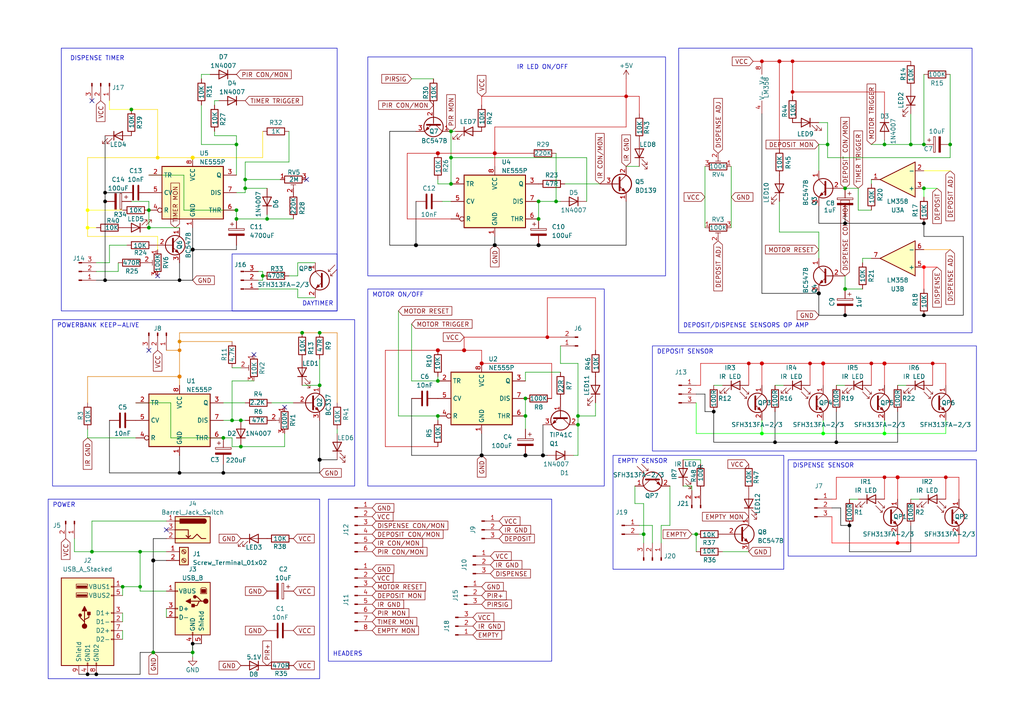
<source format=kicad_sch>
(kicad_sch (version 20230121) (generator eeschema)
  (paper "A4")
  (title_block (title "Vending Machine For Birds") (date "2023-08-01") (rev "B1.1"))
  (junction (at 25.4 60.96) (color 255 255 0 1))
  (junction (at 69.85 121.92))
  (junction (at 68.58 60.96))
  (junction (at 27.94 195.58) (color 0 0 0 1))
  (junction (at 26.67 160.02))
  (junction (at 267.97 77.47) (color 255 0 0 1))
  (junction (at 120.65 71.12) (diameter 1) (color 0 0 0 1))
  (junction (at 167.64 120.65))
  (junction (at 52.07 81.28) (color 0 0 0 1))
  (junction (at 270.51 105.41) (color 194 0 0 1))
  (junction (at 52.07 137.16) (color 0 0 0 1))
  (junction (at 152.4 115.57))
  (junction (at 161.29 58.42))
  (junction (at 274.32 138.43) (color 194 0 0 1))
  (junction (at 69.85 129.54))
  (junction (at 127 110.49))
  (junction (at 267.97 54.61))
  (junction (at 152.4 132.08) (diameter 1) (color 0 0 0 1))
  (junction (at 207.01 119.38) (color 0 0 0 1))
  (junction (at 256.54 125.73) (color 0 255 0 1))
  (junction (at 252.73 105.41) (color 194 0 0 1))
  (junction (at 143.51 71.12) (diameter 1) (color 0 0 0 1))
  (junction (at 157.48 132.08) (diameter 1) (color 0 0 0 1))
  (junction (at 156.21 63.5))
  (junction (at 127 101.6) (diameter 1) (color 194 0 0 1))
  (junction (at 52.07 99.06) (color 221 133 0 1))
  (junction (at 234.95 105.41) (color 194 0 0 1))
  (junction (at 217.17 105.41) (color 194 0 0 1))
  (junction (at 76.2 80.01))
  (junction (at 43.18 60.96))
  (junction (at 92.71 133.35) (diameter 1) (color 0 0 0 1))
  (junction (at 181.61 27.94) (color 194 0 0 1))
  (junction (at 264.16 41.91))
  (junction (at 55.88 186.69) (color 0 0 0 1))
  (junction (at 201.93 154.94))
  (junction (at 246.38 152.4) (color 0 0 0 1))
  (junction (at 55.88 72.39) (diameter 1) (color 0 0 0 1))
  (junction (at 45.72 45.72) (color 255 221 0 1))
  (junction (at 43.18 66.04))
  (junction (at 267.97 91.44) (color 0 0 0 1))
  (junction (at 229.87 26.67) (color 194 0 0 1))
  (junction (at 238.76 105.41) (diameter 1) (color 204 0 0 1))
  (junction (at 220.98 105.41) (diameter 1) (color 204 0 0 1))
  (junction (at 143.51 44.45) (diameter 1) (color 194 0 0 1))
  (junction (at 130.81 45.72))
  (junction (at 220.98 17.78) (color 194 0 0 1))
  (junction (at 68.58 63.5))
  (junction (at 64.77 127))
  (junction (at 156.21 58.42))
  (junction (at 130.81 53.34))
  (junction (at 71.12 54.61))
  (junction (at 55.88 45.72) (diameter 1) (color 255 221 0 1))
  (junction (at 77.47 63.5))
  (junction (at 130.81 38.1))
  (junction (at 237.49 85.09) (diameter 1) (color 0 0 0 1))
  (junction (at 256.54 105.41) (diameter 1) (color 204 0 0 1))
  (junction (at 226.06 17.78) (diameter 1) (color 194 0 0 1))
  (junction (at 52.07 101.6) (color 221 119 0 1))
  (junction (at 245.11 54.61))
  (junction (at 275.59 41.91))
  (junction (at 134.62 101.6) (diameter 1) (color 194 0 0 1))
  (junction (at 245.11 91.44) (color 0 0 0 1))
  (junction (at 139.7 132.08) (diameter 1) (color 0 0 0 1))
  (junction (at 52.07 109.22) (diameter 1) (color 221 119 0 1))
  (junction (at 256.54 41.91))
  (junction (at 64.77 137.16) (color 0 0 0 1))
  (junction (at 267.97 41.91))
  (junction (at 35.56 170.18))
  (junction (at 242.57 128.27) (color 0 0 0 1))
  (junction (at 224.79 128.27) (color 0 0 0 1))
  (junction (at 152.4 120.65))
  (junction (at 127 44.45) (diameter 1) (color 194 0 0 1))
  (junction (at 156.21 71.12) (diameter 1) (color 0 0 0 1))
  (junction (at 245.11 83.82))
  (junction (at 67.31 121.92))
  (junction (at 55.88 189.23))
  (junction (at 240.03 41.91))
  (junction (at 92.71 96.52))
  (junction (at 30.48 55.88) (color 0 0 0 1))
  (junction (at 139.7 105.41) (diameter 1) (color 194 0 0 1))
  (junction (at 127 120.65))
  (junction (at 40.64 160.02))
  (junction (at 44.45 162.56) (diameter 1) (color 0 0 0 1))
  (junction (at 40.64 170.18))
  (junction (at 25.4 195.58) (color 0 0 0 1))
  (junction (at 158.75 97.79) (color 194 0 0 1))
  (junction (at 186.69 154.94))
  (junction (at 238.76 125.73) (color 0 255 0 1))
  (junction (at 30.48 81.28) (color 0 0 0 1))
  (junction (at 229.87 17.78) (color 194 0 0 1))
  (junction (at 71.12 52.07))
  (junction (at 256.54 138.43) (color 194 0 0 1))
  (junction (at 260.35 157.48) (color 255 0 0 1))
  (junction (at 68.58 41.91))
  (junction (at 167.64 123.19))
  (junction (at 30.48 58.42) (color 0 0 0 1))
  (junction (at 260.35 138.43) (diameter 1) (color 204 0 0 1))
  (junction (at 87.63 96.52))
  (junction (at 92.71 111.76))
  (junction (at 267.97 64.77) (color 0 0 0 1))
  (junction (at 245.11 64.77) (color 0 0 0 1))
  (junction (at 220.98 125.73) (color 0 255 0 1))
  (junction (at 44.45 189.23))
  (junction (at 25.4 66.04) (color 255 255 0 1))
  (junction (at 38.1 31.75))
  (no_connect (at 82.55 118.11))
  (no_connect (at 43.18 101.6))
  (no_connect (at 45.72 80.01))
  (no_connect (at 73.66 102.87))
  (no_connect (at 48.26 153.67))
  (no_connect (at 88.9 52.07))
  (no_connect (at 26.67 29.21))
  (wire (pts (xy 45.72 72.39) (xy 45.72 68.58)) (stroke (width 0) (color 255 255 0 1)))
  (wire (pts (xy 120.65 38.1) (xy 113.03 38.1)) (stroke (width 0) (color 0 0 0 1)))
  (wire (pts (xy 158.75 132.08) (xy 157.48 132.08)) (stroke (width 0) (color 0 0 0 1)))
  (wire (pts (xy 120.65 58.42) (xy 120.65 71.12)) (stroke (width 0) (color 0 0 0 1)))
  (wire (pts (xy 143.51 68.58) (xy 143.51 71.12)) (stroke (width 0) (color 0 0 0 1)))
  (wire (pts (xy 119.38 115.57) (xy 119.38 132.08)) (stroke (width 0) (color 0 0 0 1)))
  (wire (pts (xy 40.64 160.02) (xy 26.67 160.02)))
  (wire (pts (xy 181.61 48.26) (xy 185.42 48.26)))
  (wire (pts (xy 25.4 127) (xy 39.37 127)))
  (wire (pts (xy 48.26 156.21) (xy 44.45 156.21)) (stroke (width 0) (color 0 0 0 1)))
  (wire (pts (xy 25.4 66.04) (xy 25.4 68.58)) (stroke (width 0) (color 255 221 0 1)))
  (wire (pts (xy 38.1 31.75) (xy 45.72 31.75)) (stroke (width 0) (color 255 221 0 1)))
  (wire (pts (xy 52.07 99.06) (xy 52.07 101.6)) (stroke (width 0) (color 221 119 0 1)))
  (wire (pts (xy 21.59 160.02) (xy 21.59 156.21)))
  (wire (pts (xy 30.48 81.28) (xy 52.07 81.28)) (stroke (width 0) (color 0 0 0 1)))
  (wire (pts (xy 181.61 71.12) (xy 181.61 58.42)) (stroke (width 0) (color 0 0 0 1)))
  (wire (pts (xy 87.63 111.76) (xy 92.71 111.76)))
  (wire (pts (xy 201.93 154.94) (xy 201.93 160.02)))
  (wire (pts (xy 204.47 66.04) (xy 204.47 48.26)))
  (wire (pts (xy 27.94 78.74) (xy 34.29 78.74)))
  (wire (pts (xy 160.02 105.41) (xy 139.7 105.41)) (stroke (width 0) (color 194 0 0 1)))
  (wire (pts (xy 68.58 41.91) (xy 68.58 50.8)))
  (wire (pts (xy 76.2 45.72) (xy 55.88 45.72)) (stroke (width 0) (color 255 221 0 1)))
  (wire (pts (xy 81.28 52.07) (xy 71.12 52.07)))
  (wire (pts (xy 243.84 152.4) (xy 246.38 152.4)) (stroke (width 0) (color 0 0 0 1)))
  (wire (pts (xy 252.73 41.91) (xy 256.54 41.91)))
  (wire (pts (xy 77.47 62.23) (xy 77.47 63.5)))
  (wire (pts (xy 229.87 26.67) (xy 229.87 27.94)) (stroke (width 0) (color 194 0 0 1)))
  (wire (pts (xy 92.71 104.14) (xy 92.71 111.76)))
  (wire (pts (xy 278.13 157.48) (xy 278.13 154.94)) (stroke (width 0) (color 255 0 0 1)))
  (wire (pts (xy 256.54 125.73) (xy 256.54 121.92)) (stroke (width 0) (color 0 255 0 1)))
  (wire (pts (xy 152.4 124.46) (xy 152.4 120.65)))
  (wire (pts (xy 139.7 105.41) (xy 139.7 101.6)) (stroke (width 0) (color 194 0 0 1)))
  (wire (pts (xy 55.88 189.23) (xy 55.88 186.69)) (stroke (width 0) (color 0 0 0 1)))
  (wire (pts (xy 229.87 17.78) (xy 229.87 26.67)) (stroke (width 0) (color 194 0 0 1)))
  (wire (pts (xy 217.17 105.41) (xy 217.17 111.76)) (stroke (width 0) (color 194 0 0 1)))
  (wire (pts (xy 55.88 186.69) (xy 58.42 186.69)) (stroke (width 0) (color 0 0 0 1)))
  (wire (pts (xy 260.35 138.43) (xy 274.32 138.43)) (stroke (width 0) (color 204 0 0 1)))
  (wire (pts (xy 242.57 138.43) (xy 256.54 138.43)) (stroke (width 0) (color 204 0 0 1)))
  (wire (pts (xy 43.18 50.8) (xy 53.34 50.8)))
  (wire (pts (xy 279.4 68.58) (xy 279.4 91.44)) (stroke (width 0) (color 0 0 0 1)))
  (wire (pts (xy 62.23 38.1) (xy 62.23 39.37)))
  (wire (pts (xy 252.73 53.34) (xy 252.73 52.07)))
  (wire (pts (xy 25.4 68.58) (xy 45.72 68.58)) (stroke (width 0) (color 255 221 0 1)))
  (wire (pts (xy 40.64 171.45) (xy 48.26 171.45)))
  (wire (pts (xy 64.77 137.16) (xy 64.77 134.62)) (stroke (width 0) (color 0 0 0 1)))
  (wire (pts (xy 119.38 110.49) (xy 127 110.49)))
  (wire (pts (xy 30.48 55.88) (xy 35.56 55.88)) (stroke (width 0) (color 0 0 0 1)))
  (wire (pts (xy 69.85 121.92) (xy 67.31 121.92)))
  (wire (pts (xy 181.61 27.94) (xy 185.42 27.94)) (stroke (width 0) (color 194 0 0 1)))
  (wire (pts (xy 55.88 72.39) (xy 55.88 81.28)) (stroke (width 0) (color 0 0 0 1)))
  (wire (pts (xy 201.93 111.76) (xy 203.2 111.76)) (stroke (width 0) (color 204 0 0 1)))
  (wire (pts (xy 31.75 71.12) (xy 36.83 71.12)))
  (wire (pts (xy 49.53 127) (xy 64.77 127)))
  (wire (pts (xy 86.36 76.2) (xy 86.36 80.01)))
  (wire (pts (xy 185.42 154.94) (xy 186.69 154.94)))
  (wire (pts (xy 52.07 96.52) (xy 87.63 96.52)) (stroke (width 0) (color 221 119 0 1)))
  (wire (pts (xy 267.97 72.39) (xy 275.59 72.39)) (stroke (width 0) (color 255 153 0 1)))
  (wire (pts (xy 238.76 125.73) (xy 238.76 121.92)) (stroke (width 0) (color 0 255 0 1)))
  (wire (pts (xy 143.51 36.83) (xy 143.51 44.45)) (stroke (width 0) (color 194 0 0 1)))
  (wire (pts (xy 157.48 132.08) (xy 157.48 123.19)) (stroke (width 0) (color 0 0 0 1)))
  (wire (pts (xy 134.62 101.6) (xy 139.7 101.6)) (stroke (width 0) (color 194 0 0 1)))
  (wire (pts (xy 238.76 105.41) (xy 238.76 111.76)) (stroke (width 0) (color 204 0 0 1)))
  (wire (pts (xy 270.51 105.41) (xy 274.32 105.41)) (stroke (width 0) (color 204 0 0 1)))
  (wire (pts (xy 220.98 111.76) (xy 220.98 105.41)) (stroke (width 0) (color 204 0 0 1)))
  (wire (pts (xy 119.38 93.98) (xy 119.38 110.49)))
  (wire (pts (xy 245.11 62.23) (xy 245.11 64.77)) (stroke (width 0) (color 0 0 0 1)))
  (wire (pts (xy 76.2 38.1) (xy 76.2 45.72)) (stroke (width 0) (color 255 221 0 1)))
  (wire (pts (xy 67.31 121.92) (xy 64.77 121.92)))
  (wire (pts (xy 237.49 85.09) (xy 220.98 85.09)) (stroke (width 0) (color 0 0 0 1)))
  (wire (pts (xy 264.16 33.02) (xy 264.16 41.91)))
  (wire (pts (xy 267.97 54.61) (xy 271.78 54.61)) (stroke (width 0) (color 0 255 0 1)))
  (wire (pts (xy 44.45 189.23) (xy 55.88 189.23)) (stroke (width 0) (color 0 0 0 1)))
  (wire (pts (xy 172.72 116.84) (xy 172.72 120.65)))
  (wire (pts (xy 218.44 17.78) (xy 220.98 17.78)) (stroke (width 0) (color 194 0 0 1)))
  (wire (pts (xy 74.93 78.74) (xy 76.2 78.74)))
  (wire (pts (xy 130.81 38.1) (xy 132.08 38.1)))
  (wire (pts (xy 184.15 140.97) (xy 184.15 146.05)))
  (wire (pts (xy 240.03 35.56) (xy 240.03 41.91)))
  (wire (pts (xy 52.07 132.08) (xy 52.07 137.16)) (stroke (width 0) (color 0 0 0 1)))
  (wire (pts (xy 275.59 21.59) (xy 275.59 41.91)))
  (wire (pts (xy 163.83 53.34) (xy 173.99 53.34)))
  (wire (pts (xy 52.07 101.6) (xy 52.07 109.22)) (stroke (width 0) (color 221 119 0 1)))
  (wire (pts (xy 246.38 160.02) (xy 264.16 160.02)) (stroke (width 0) (color 0 0 0 1)))
  (wire (pts (xy 220.98 85.09) (xy 220.98 33.02)) (stroke (width 0) (color 0 0 0 1)))
  (wire (pts (xy 204.47 114.3) (xy 204.47 119.38)) (stroke (width 0) (color 0 0 0 1)))
  (wire (pts (xy 44.45 162.56) (xy 44.45 189.23)) (stroke (width 0) (color 0 0 0 1)))
  (wire (pts (xy 40.64 195.58) (xy 27.94 195.58)) (stroke (width 0) (color 0 0 0 1)))
  (wire (pts (xy 275.59 41.91) (xy 275.59 45.72)))
  (wire (pts (xy 167.64 132.08) (xy 167.64 123.19)))
  (wire (pts (xy 43.18 66.04) (xy 52.07 66.04)))
  (wire (pts (xy 170.18 45.72) (xy 170.18 58.42)))
  (wire (pts (xy 194.31 152.4) (xy 191.77 152.4)))
  (wire (pts (xy 139.7 132.08) (xy 152.4 132.08)) (stroke (width 0) (color 0 0 0 1)))
  (wire (pts (xy 92.71 96.52) (xy 97.79 96.52)) (stroke (width 0) (color 221 119 0 1)))
  (wire (pts (xy 162.56 100.33) (xy 162.56 105.41)))
  (wire (pts (xy 67.31 110.49) (xy 67.31 121.92)))
  (wire (pts (xy 260.35 128.27) (xy 260.35 119.38)) (stroke (width 0) (color 0 0 0 1)))
  (wire (pts (xy 242.57 128.27) (xy 260.35 128.27)) (stroke (width 0) (color 0 0 0 1)))
  (wire (pts (xy 119.38 22.86) (xy 125.73 22.86)))
  (wire (pts (xy 172.72 120.65) (xy 167.64 120.65)))
  (wire (pts (xy 237.49 64.77) (xy 245.11 64.77)) (stroke (width 0) (color 0 0 0 1)))
  (wire (pts (xy 158.75 97.79) (xy 134.62 97.79)) (stroke (width 0) (color 194 0 0 1)))
  (wire (pts (xy 35.56 182.88) (xy 35.56 185.42)))
  (wire (pts (xy 203.2 105.41) (xy 217.17 105.41)) (stroke (width 0) (color 204 0 0 1)))
  (wire (pts (xy 25.4 45.72) (xy 25.4 60.96)) (stroke (width 0) (color 255 221 0 1)))
  (wire (pts (xy 242.57 128.27) (xy 242.57 119.38)) (stroke (width 0) (color 0 0 0 1)))
  (wire (pts (xy 241.3 147.32) (xy 243.84 147.32)) (stroke (width 0) (color 0 0 0 1)))
  (wire (pts (xy 158.75 86.36) (xy 158.75 97.79)) (stroke (width 0) (color 194 0 0 1)))
  (wire (pts (xy 198.12 140.97) (xy 200.66 140.97)))
  (wire (pts (xy 275.59 45.72) (xy 240.03 45.72)))
  (wire (pts (xy 127 109.22) (xy 127 110.49)))
  (wire (pts (xy 25.4 60.96) (xy 25.4 66.04)) (stroke (width 0) (color 255 221 0 1)))
  (wire (pts (xy 71.12 121.92) (xy 69.85 121.92)))
  (wire (pts (xy 203.2 133.35) (xy 198.12 133.35)))
  (wire (pts (xy 256.54 138.43) (xy 260.35 138.43)) (stroke (width 0) (color 204 0 0 1)))
  (wire (pts (xy 237.49 59.69) (xy 237.49 64.77)) (stroke (width 0) (color 0 0 0 1)))
  (wire (pts (xy 252.73 105.41) (xy 256.54 105.41)) (stroke (width 0) (color 204 0 0 1)))
  (wire (pts (xy 201.93 114.3) (xy 204.47 114.3)) (stroke (width 0) (color 0 0 0 1)))
  (wire (pts (xy 209.55 160.02) (xy 217.17 160.02)))
  (wire (pts (xy 172.72 101.6) (xy 172.72 86.36)) (stroke (width 0) (color 194 0 0 1)))
  (wire (pts (xy 68.58 63.5) (xy 77.47 63.5)))
  (wire (pts (xy 52.07 81.28) (xy 55.88 81.28)) (stroke (width 0) (color 0 0 0 1)))
  (wire (pts (xy 274.32 138.43) (xy 274.32 144.78)) (stroke (width 0) (color 194 0 0 1)))
  (wire (pts (xy 44.45 162.56) (xy 48.26 162.56)) (stroke (width 0) (color 0 0 0 1)))
  (wire (pts (xy 92.71 133.35) (xy 92.71 137.16)) (stroke (width 0) (color 0 0 0 1)))
  (wire (pts (xy 186.69 154.94) (xy 186.69 157.48)))
  (wire (pts (xy 274.32 105.41) (xy 274.32 111.76)) (stroke (width 0) (color 204 0 0 1)))
  (wire (pts (xy 274.32 138.43) (xy 278.13 138.43)) (stroke (width 0) (color 204 0 0 1)))
  (wire (pts (xy 234.95 105.41) (xy 238.76 105.41)) (stroke (width 0) (color 204 0 0 1)))
  (wire (pts (xy 92.71 121.92) (xy 92.71 133.35)) (stroke (width 0) (color 0 0 0 1)))
  (wire (pts (xy 52.07 96.52) (xy 52.07 99.06)) (stroke (width 0) (color 221 119 0 1)))
  (wire (pts (xy 162.56 105.41) (xy 167.64 105.41)))
  (wire (pts (xy 186.69 146.05) (xy 184.15 146.05)))
  (wire (pts (xy 43.18 58.42) (xy 43.18 60.96)))
  (wire (pts (xy 58.42 21.59) (xy 60.96 21.59)))
  (wire (pts (xy 38.1 58.42) (xy 43.18 58.42)))
  (wire (pts (xy 256.54 138.43) (xy 256.54 144.78)) (stroke (width 0) (color 194 0 0 1)))
  (wire (pts (xy 76.2 81.28) (xy 74.93 81.28)))
  (wire (pts (xy 48.26 160.02) (xy 40.64 160.02)))
  (wire (pts (xy 53.34 50.8) (xy 53.34 60.96)))
  (wire (pts (xy 245.11 83.82) (xy 245.11 80.01)))
  (wire (pts (xy 128.27 58.42) (xy 130.81 58.42)))
  (wire (pts (xy 260.35 157.48) (xy 278.13 157.48)) (stroke (width 0) (color 255 0 0 1)))
  (wire (pts (xy 143.51 44.45) (xy 143.51 48.26)) (stroke (width 0) (color 194 0 0 1)))
  (wire (pts (xy 245.11 64.77) (xy 267.97 64.77)) (stroke (width 0) (color 0 0 0 1)))
  (wire (pts (xy 68.58 72.39) (xy 68.58 71.12)) (stroke (width 0) (color 0 0 0 1)))
  (wire (pts (xy 267.97 68.58) (xy 279.4 68.58)) (stroke (width 0) (color 0 0 0 1)))
  (wire (pts (xy 35.56 170.18) (xy 35.56 172.72)))
  (wire (pts (xy 77.47 54.61) (xy 71.12 54.61)))
  (wire (pts (xy 127 121.92) (xy 127 120.65)))
  (wire (pts (xy 86.36 86.36) (xy 91.44 86.36)))
  (wire (pts (xy 152.4 115.57) (xy 152.4 120.65)))
  (wire (pts (xy 189.23 152.4) (xy 189.23 157.48)))
  (wire (pts (xy 86.36 83.82) (xy 86.36 86.36)))
  (wire (pts (xy 115.57 120.65) (xy 127 120.65)))
  (wire (pts (xy 252.73 105.41) (xy 252.73 111.76)) (stroke (width 0) (color 194 0 0 1)))
  (wire (pts (xy 55.88 189.23) (xy 55.88 186.69)))
  (wire (pts (xy 167.64 120.65) (xy 167.64 123.19)))
  (wire (pts (xy 48.26 176.53) (xy 48.26 179.07)))
  (wire (pts (xy 71.12 52.07) (xy 71.12 54.61)))
  (wire (pts (xy 200.66 154.94) (xy 201.93 154.94)))
  (wire (pts (xy 67.31 129.54) (xy 69.85 129.54)))
  (wire (pts (xy 58.42 30.48) (xy 58.42 41.91)))
  (wire (pts (xy 40.64 170.18) (xy 40.64 171.45)))
  (wire (pts (xy 162.56 107.95) (xy 152.4 107.95)))
  (wire (pts (xy 49.53 116.84) (xy 49.53 127)))
  (wire (pts (xy 278.13 138.43) (xy 278.13 144.78)) (stroke (width 0) (color 204 0 0 1)))
  (wire (pts (xy 220.98 125.73) (xy 220.98 121.92)) (stroke (width 0) (color 0 255 0 1)))
  (wire (pts (xy 220.98 17.78) (xy 226.06 17.78)) (stroke (width 0) (color 194 0 0 1)))
  (wire (pts (xy 250.19 83.82) (xy 245.11 83.82)))
  (wire (pts (xy 45.72 45.72) (xy 55.88 45.72)) (stroke (width 0) (color 255 221 0 1)))
  (wire (pts (xy 127 53.34) (xy 130.81 53.34)))
  (wire (pts (xy 74.93 83.82) (xy 86.36 83.82)))
  (wire (pts (xy 245.11 111.76) (xy 242.57 111.76)))
  (wire (pts (xy 134.62 97.79) (xy 134.62 101.6)) (stroke (width 0) (color 194 0 0 1)))
  (wire (pts (xy 217.17 105.41) (xy 220.98 105.41)) (stroke (width 0) (color 204 0 0 1)))
  (wire (pts (xy 97.79 124.46) (xy 97.79 125.73)))
  (wire (pts (xy 48.26 151.13) (xy 26.67 151.13)))
  (wire (pts (xy 226.06 58.42) (xy 226.06 67.31)))
  (wire (pts (xy 26.67 160.02) (xy 21.59 160.02)))
  (wire (pts (xy 181.61 27.94) (xy 181.61 36.83)) (stroke (width 0) (color 194 0 0 1)))
  (wire (pts (xy 27.94 76.2) (xy 31.75 76.2)))
  (wire (pts (xy 25.4 127) (xy 25.4 124.46)))
  (wire (pts (xy 248.92 60.96) (xy 248.92 54.61)))
  (wire (pts (xy 130.81 45.72) (xy 130.81 53.34)))
  (wire (pts (xy 241.3 144.78) (xy 242.57 144.78)) (stroke (width 0) (color 204 0 0 1)))
  (wire (pts (xy 224.79 128.27) (xy 242.57 128.27)) (stroke (width 0) (color 0 0 0 1)))
  (wire (pts (xy 161.29 58.42) (xy 162.56 58.42)))
  (wire (pts (xy 143.51 44.45) (xy 153.67 44.45)) (stroke (width 0) (color 194 0 0 1)))
  (wire (pts (xy 127 44.45) (xy 143.51 44.45)) (stroke (width 0) (color 194 0 0 1)))
  (wire (pts (xy 30.48 55.88) (xy 30.48 58.42)) (stroke (width 0) (color 0 0 0 1)))
  (wire (pts (xy 111.76 101.6) (xy 127 101.6)) (stroke (width 0) (color 194 0 0 1)))
  (wire (pts (xy 71.12 46.99) (xy 83.82 46.99)))
  (wire (pts (xy 271.78 77.47) (xy 267.97 77.47)) (stroke (width 0) (color 255 0 0 1)))
  (wire (pts (xy 43.18 66.04) (xy 43.18 60.96)))
  (wire (pts (xy 130.81 38.1) (xy 130.81 45.72)))
  (wire (pts (xy 31.75 121.92) (xy 31.75 137.16)) (stroke (width 0) (color 0 0 0 1)))
  (wire (pts (xy 71.12 54.61) (xy 71.12 55.88)))
  (wire (pts (xy 68.58 39.37) (xy 68.58 41.91)))
  (wire (pts (xy 63.5 29.21) (xy 62.23 29.21)))
  (wire (pts (xy 201.93 116.84) (xy 201.93 125.73)) (stroke (width 0) (color 0 255 0 1)))
  (wire (pts (xy 243.84 147.32) (xy 243.84 152.4)) (stroke (width 0) (color 0 0 0 1)))
  (wire (pts (xy 248.92 144.78) (xy 246.38 144.78)))
  (wire (pts (xy 237.49 41.91) (xy 240.03 41.91)))
  (wire (pts (xy 127 101.6) (xy 134.62 101.6)) (stroke (width 0) (color 194 0 0 1)))
  (wire (pts (xy 52.07 137.16) (xy 64.77 137.16)) (stroke (width 0) (color 0 0 0 1)))
  (wire (pts (xy 44.45 156.21) (xy 44.45 162.56)) (stroke (width 0) (color 0 0 0 1)))
  (wire (pts (xy 120.65 71.12) (xy 143.51 71.12)) (stroke (width 0) (color 0 0 0 1)))
  (wire (pts (xy 200.66 140.97) (xy 200.66 142.24)))
  (wire (pts (xy 25.4 109.22) (xy 52.07 109.22)) (stroke (width 0) (color 221 119 0 1)))
  (wire (pts (xy 256.54 26.67) (xy 229.87 26.67)) (stroke (width 0) (color 194 0 0 1)))
  (wire (pts (xy 52.07 99.06) (xy 67.31 99.06)) (stroke (width 0) (color 221 119 0 1)))
  (wire (pts (xy 30.48 39.37) (xy 30.48 55.88)) (stroke (width 0) (color 0 0 0 1)))
  (wire (pts (xy 237.49 41.91) (xy 237.49 49.53)))
  (wire (pts (xy 209.55 111.76) (xy 207.01 111.76)))
  (wire (pts (xy 69.85 129.54) (xy 82.55 129.54)))
  (wire (pts (xy 111.76 101.6) (xy 111.76 129.54)) (stroke (width 0) (color 194 0 0 1)))
  (wire (pts (xy 279.4 91.44) (xy 267.97 91.44)) (stroke (width 0) (color 0 0 0 1)))
  (wire (pts (xy 25.4 45.72) (xy 45.72 45.72)) (stroke (width 0) (color 255 221 0 1)))
  (wire (pts (xy 237.49 91.44) (xy 245.11 91.44)) (stroke (width 0) (color 0 0 0 1)))
  (wire (pts (xy 256.54 33.02) (xy 256.54 26.67)) (stroke (width 0) (color 194 0 0 1)))
  (wire (pts (xy 170.18 45.72) (xy 130.81 45.72)))
  (wire (pts (xy 267.97 83.82) (xy 267.97 77.47)) (stroke (width 0) (color 255 0 0 1)))
  (wire (pts (xy 220.98 125.73) (xy 238.76 125.73)) (stroke (width 0) (color 0 255 0 1)))
  (wire (pts (xy 241.3 157.48) (xy 260.35 157.48)) (stroke (width 0) (color 255 0 0 1)))
  (wire (pts (xy 167.64 105.41) (xy 167.64 120.65)))
  (wire (pts (xy 256.54 41.91) (xy 256.54 40.64)))
  (wire (pts (xy 245.11 91.44) (xy 267.97 91.44)) (stroke (width 0) (color 0 0 0 1)))
  (wire (pts (xy 152.4 107.95) (xy 152.4 110.49)))
  (wire (pts (xy 256.54 41.91) (xy 264.16 41.91)))
  (wire (pts (xy 113.03 38.1) (xy 113.03 71.12)) (stroke (width 0) (color 0 0 0 1)))
  (wire (pts (xy 238.76 125.73) (xy 256.54 125.73)) (stroke (width 0) (color 0 255 0 1)))
  (wire (pts (xy 127 52.07) (xy 127 53.34)))
  (wire (pts (xy 186.69 146.05) (xy 186.69 154.94)))
  (wire (pts (xy 64.77 116.84) (xy 71.12 116.84)))
  (wire (pts (xy 172.72 86.36) (xy 158.75 86.36)) (stroke (width 0) (color 194 0 0 1)))
  (wire (pts (xy 191.77 152.4) (xy 191.77 157.48)))
  (wire (pts (xy 58.42 41.91) (xy 68.58 41.91)))
  (wire (pts (xy 256.54 125.73) (xy 274.32 125.73)) (stroke (width 0) (color 0 255 0 1)))
  (wire (pts (xy 35.56 170.18) (xy 40.64 170.18)))
  (wire (pts (xy 78.74 116.84) (xy 85.09 116.84)))
  (wire (pts (xy 252.73 74.93) (xy 250.19 74.93)))
  (wire (pts (xy 237.49 91.44) (xy 237.49 85.09)) (stroke (width 0) (color 0 0 0 1)))
  (wire (pts (xy 30.48 58.42) (xy 30.48 81.28)) (stroke (width 0) (color 0 0 0 1)))
  (wire (pts (xy 86.36 76.2) (xy 91.44 76.2)))
  (wire (pts (xy 264.16 160.02) (xy 264.16 152.4)) (stroke (width 0) (color 0 0 0 1)))
  (wire (pts (xy 207.01 128.27) (xy 224.79 128.27)) (stroke (width 0) (color 0 0 0 1)))
  (wire (pts (xy 25.4 116.84) (xy 25.4 109.22)) (stroke (width 0) (color 221 119 0 1)))
  (wire (pts (xy 227.33 111.76) (xy 224.79 111.76)))
  (wire (pts (xy 52.07 109.22) (xy 52.07 111.76)) (stroke (width 0) (color 221 119 0 1)))
  (wire (pts (xy 118.11 44.45) (xy 127 44.45)) (stroke (width 0) (color 194 0 0 1)))
  (wire (pts (xy 35.56 177.8) (xy 35.56 180.34)))
  (wire (pts (xy 194.31 140.97) (xy 194.31 152.4)))
  (wire (pts (xy 161.29 44.45) (xy 161.29 58.42)))
  (wire (pts (xy 238.76 105.41) (xy 252.73 105.41)) (stroke (width 0) (color 204 0 0 1)))
  (wire (pts (xy 73.66 110.49) (xy 67.31 110.49)))
  (wire (pts (xy 267.97 64.77) (xy 267.97 68.58)) (stroke (width 0) (color 0 0 0 1)))
  (wire (pts (xy 87.63 96.52) (xy 92.71 96.52)) (stroke (width 0) (color 221 119 0 1)))
  (wire (pts (xy 203.2 111.76) (xy 203.2 105.41)) (stroke (width 0) (color 204 0 0 1)))
  (wire (pts (xy 55.88 72.39) (xy 68.58 72.39)) (stroke (width 0) (color 0 0 0 1)))
  (wire (pts (xy 266.7 144.78) (xy 264.16 144.78)))
  (wire (pts (xy 77.47 63.5) (xy 85.09 63.5)))
  (wire (pts (xy 31.75 76.2) (xy 31.75 71.12)))
  (wire (pts (xy 160.02 115.57) (xy 160.02 105.41)) (stroke (width 0) (color 194 0 0 1)))
  (wire (pts (xy 40.64 160.02) (xy 40.64 170.18)))
  (wire (pts (xy 220.98 105.41) (xy 234.95 105.41)) (stroke (width 0) (color 204 0 0 1)))
  (wire (pts (xy 113.03 71.12) (xy 120.65 71.12)) (stroke (width 0) (color 0 0 0 1)))
  (wire (pts (xy 267.97 49.53) (xy 275.59 49.53)) (stroke (width 0) (color 255 255 0 1)))
  (wire (pts (xy 76.2 78.74) (xy 76.2 80.01)))
  (wire (pts (xy 212.09 66.04) (xy 212.09 48.26)))
  (wire (pts (xy 71.12 46.99) (xy 71.12 52.07)))
  (wire (pts (xy 62.23 39.37) (xy 68.58 39.37)))
  (wire (pts (xy 58.42 22.86) (xy 58.42 21.59)))
  (wire (pts (xy 181.61 27.94) (xy 181.61 22.86)) (stroke (width 0) (color 194 0 0 1)))
  (wire (pts (xy 39.37 116.84) (xy 49.53 116.84)))
  (wire (pts (xy 83.82 38.1) (xy 83.82 46.99)))
  (wire (pts (xy 262.89 111.76) (xy 260.35 111.76)))
  (wire (pts (xy 119.38 132.08) (xy 139.7 132.08)) (stroke (width 0) (color 0 0 0 1)))
  (wire (pts (xy 139.7 27.94) (xy 181.61 27.94)) (stroke (width 0) (color 194 0 0 1)))
  (wire (pts (xy 25.4 60.96) (xy 35.56 60.96)) (stroke (width 0) (color 255 255 0 1)))
  (wire (pts (xy 248.92 54.61) (xy 245.11 54.61)))
  (wire (pts (xy 267.97 21.59) (xy 267.97 41.91)))
  (wire (pts (xy 118.11 63.5) (xy 130.81 63.5)) (stroke (width 0) (color 194 0 0 1)))
  (wire (pts (xy 139.7 27.94) (xy 139.7 30.48)) (stroke (width 0) (color 194 0 0 1)))
  (wire (pts (xy 256.54 105.41) (xy 256.54 111.76)) (stroke (width 0) (color 204 0 0 1)))
  (wire (pts (xy 40.64 189.23) (xy 40.64 195.58)) (stroke (width 0) (color 0 0 0 1)))
  (wire (pts (xy 55.88 190.5) (xy 55.88 189.23)))
  (wire (pts (xy 256.54 105.41) (xy 270.51 105.41)) (stroke (width 0) (color 204 0 0 1)))
  (wire (pts (xy 260.35 144.78) (xy 260.35 138.43)) (stroke (width 0) (color 204 0 0 1)))
  (wire (pts (xy 143.51 71.12) (xy 156.21 71.12)) (stroke (width 0) (color 0 0 0 1)))
  (wire (pts (xy 55.88 66.04) (xy 55.88 72.39)) (stroke (width 0) (color 0 0 0 1)))
  (wire (pts (xy 31.75 137.16) (xy 52.07 137.16)) (stroke (width 0) (color 0 0 0 1)))
  (wire (pts (xy 86.36 80.01) (xy 83.82 80.01)))
  (wire (pts (xy 44.45 189.23) (xy 40.64 189.23)) (stroke (width 0) (color 0 0 0 1)))
  (wire (pts (xy 68.58 55.88) (xy 71.12 55.88)))
  (wire (pts (xy 25.4 66.04) (xy 27.94 66.04)) (stroke (width 0) (color 255 255 0 1)))
  (wire (pts (xy 274.32 125.73) (xy 274.32 121.92)) (stroke (width 0) (color 0 255 0 1)))
  (wire (pts (xy 111.76 129.54) (xy 127 129.54)) (stroke (width 0) (color 194 0 0 1)))
  (wire (pts (xy 270.51 105.41) (xy 270.51 111.76)) (stroke (width 0) (color 194 0 0 1)))
  (wire (pts (xy 207.01 128.27) (xy 207.01 119.38)) (stroke (width 0) (color 0 0 0 1)))
  (wire (pts (xy 31.75 31.75) (xy 38.1 31.75)) (stroke (width 0) (color 255 255 0 1)))
  (wire (pts (xy 226.06 67.31) (xy 237.49 67.31)))
  (wire (pts (xy 115.57 90.17) (xy 115.57 120.65)))
  (wire (pts (xy 156.21 58.42) (xy 156.21 63.5)))
  (wire (pts (xy 139.7 125.73) (xy 139.7 132.08)) (stroke (width 0) (color 0 0 0 1)))
  (wire (pts (xy 201.93 125.73) (xy 220.98 125.73)) (stroke (width 0) (color 0 255 0 1)))
  (wire (pts (xy 167.64 132.08) (xy 166.37 132.08)))
  (wire (pts (xy 34.29 78.74) (xy 34.29 76.2)))
  (wire (pts (xy 226.06 17.78) (xy 229.87 17.78)) (stroke (width 0) (color 194 0 0 1)))
  (wire (pts (xy 242.57 144.78) (xy 242.57 138.43)) (stroke (width 0) (color 204 0 0 1)))
  (wire (pts (xy 250.19 74.93) (xy 250.19 76.2)))
  (wire (pts (xy 30.48 81.28) (xy 27.94 81.28)) (stroke (width 0) (color 0 0 0 1)))
  (wire (pts (xy 48.26 101.6) (xy 52.07 101.6)) (stroke (width 0) (color 221 119 0 1)))
  (wire (pts (xy 260.35 157.48) (xy 260.35 154.94)) (stroke (width 0) (color 255 0 0 1)))
  (wire (pts (xy 156.21 58.42) (xy 161.29 58.42)))
  (wire (pts (xy 241.3 149.86) (xy 241.3 157.48)) (stroke (width 0) (color 255 0 0 1)))
  (wire (pts (xy 26.67 151.13) (xy 26.67 160.02)))
  (wire (pts (xy 234.95 105.41) (xy 234.95 111.76)) (stroke (width 0) (color 194 0 0 1)))
  (wire (pts (xy 246.38 160.02) (xy 246.38 152.4)) (stroke (width 0) (color 0 0 0 1)))
  (wire (pts (xy 240.03 41.91) (xy 240.03 45.72)))
  (wire (pts (xy 143.51 36.83) (xy 181.61 36.83)) (stroke (width 0) (color 194 0 0 1)))
  (wire (pts (xy 185.42 152.4) (xy 189.23 152.4)))
  (wire (pts (xy 52.07 76.2) (xy 52.07 81.28)) (stroke (width 0) (color 0 0 0 1)))
  (wire (pts (xy 237.49 35.56) (xy 240.03 35.56)))
  (wire (pts (xy 237.49 67.31) (xy 237.49 74.93)))
  (wire (pts (xy 204.47 119.38) (xy 207.01 119.38)) (stroke (width 0) (color 0 0 0 1)))
  (wire (pts (xy 158.75 97.79) (xy 162.56 97.79)) (stroke (width 0) (color 194 0 0 1)))
  (wire (pts (xy 203.2 134.62) (xy 203.2 133.35)))
  (wire (pts (xy 53.34 60.96) (xy 68.58 60.96)))
  (wire (pts (xy 118.11 44.45) (xy 118.11 63.5)) (stroke (width 0) (color 194 0 0 1)))
  (wire (pts (xy 62.23 29.21) (xy 62.23 30.48)))
  (wire (pts (xy 22.86 195.58) (xy 25.4 195.58)) (stroke (width 0) (color 0 0 0 1)))
  (wire (pts (xy 82.55 125.73) (xy 82.55 129.54)))
  (wire (pts (xy 68.58 63.5) (xy 68.58 60.96)))
  (wire (pts (xy 67.31 127) (xy 67.31 129.54)))
  (wire (pts (xy 76.2 80.01) (xy 76.2 81.28)))
  (wire (pts (xy 185.42 27.94) (xy 185.42 33.02)) (stroke (width 0) (color 194 0 0 1)))
  (wire (pts (xy 267.97 54.61) (xy 267.97 57.15)) (stroke (width 0) (color 0 255 0 1)))
  (wire (pts (xy 31.75 29.21) (xy 31.75 31.75)) (stroke (width 0) (color 255 255 0 1)))
  (wire (pts (xy 97.79 96.52) (xy 97.79 116.84)) (stroke (width 0) (color 221 119 0 1)))
  (wire (pts (xy 25.4 195.58) (xy 27.94 195.58)) (stroke (width 0) (color 0 0 0 1)))
  (wire (pts (xy 226.06 17.78) (xy 226.06 43.18)) (stroke (width 0) (color 194 0 0 1)))
  (wire (pts (xy 156.21 71.12) (xy 181.61 71.12)) (stroke (width 0) (color 0 0 0 1)))
  (wire (pts (xy 229.87 17.78) (xy 264.16 17.78)) (stroke (width 0) (color 194 0 0 1)))
  (wire (pts (xy 224.79 128.27) (xy 224.79 119.38)) (stroke (width 0) (color 0 0 0 1)))
  (wire (pts (xy 67.31 127) (xy 64.77 127)))
  (wire (pts (xy 264.16 41.91) (xy 267.97 41.91)))
  (wire (pts (xy 64.77 137.16) (xy 92.71 137.16)) (stroke (width 0) (color 0 0 0 1)))
  (wire (pts (xy 92.71 133.35) (xy 97.79 133.35)) (stroke (width 0) (color 0 0 0 1)))
  (wire (pts (xy 69.85 106.68) (xy 67.31 106.68)))
  (wire (pts (xy 252.73 60.96) (xy 248.92 60.96)))
  (wire (pts (xy 152.4 132.08) (xy 157.48 132.08)) (stroke (width 0) (color 0 0 0 1)))
  (wire (pts (xy 45.72 31.75) (xy 45.72 45.72)) (stroke (width 0) (color 255 221 0 1)))
  (rectangle (start 228.6 133.35) (end 283.21 161.29))
  (rectangle (start 95.25 144.78) (end 160.02 191.77))
  (rectangle (start 196.85 13.97) (end 281.94 96.52))
  (rectangle (start 17.78 13.97) (end 97.79 90.17))
  (rectangle (start 67.31 73.66) (end 97.79 90.17))
  (rectangle (start 15.24 92.71) (end 102.87 140.97))
  (rectangle (start 177.8 132.08) (end 227.33 165.1))
  (rectangle (start 106.68 16.51) (end 193.04 80.01))
  (rectangle (start 13.97 144.78) (end 92.71 196.85))
  (rectangle (start 189.23 100.33) (end 283.21 130.81))
  (rectangle (start 106.68 83.82) (end 175.26 140.97))
  (text "DISPENSE SENSOR" (at 229.87 135.89 0) (effects (font (size 1.27 1.27)) (justify left bottom)))
  (text "POWER" (at 15.24 147.32 0) (effects (font (size 1.27 1.27)) (justify left bottom)))
  (text "DEPOSIT SENSOR" (at 190.5 102.87 0) (effects (font (size 1.27 1.27)) (justify left bottom)))
  (text "MOTOR ON/OFF" (at 107.95 86.36 0) (effects (font (size 1.27 1.27)) (justify left bottom)))
  (text "EMPTY SENSOR" (at 179.07 134.62 0) (effects (font (size 1.27 1.27)) (justify left bottom)))
  (text "DISPENSE TIMER" (at 20.32 17.78 0) (effects (font (size 1.27 1.27)) (justify left bottom)))
  (text "HEADERS" (at 96.52 190.5 0) (effects (font (size 1.27 1.27)) (justify left bottom)))
  (text "POWERBANK KEEP-ALIVE" (at 16.51 95.25 0) (effects (font (size 1.27 1.27)) (justify left bottom)))
  (text "IR LED ON/OFF" (at 149.86 20.32 0) (effects (font (size 1.27 1.27)) (justify left bottom)))
  (text "DAYTIMER" (at 87.63 88.9 0) (effects (font (size 1.27 1.27)) (justify left bottom)))
  (text "DEPOSIT/DISPENSE SENSORS OP AMP" (at 198.12 95.25 0) (effects (font (size 1.27 1.27)) (justify left bottom)))
  (global_label "PIR CON{slash}MON" (shape input) (at 125.73 30.48 180) (property "Intersheetrefs" "${INTERSHEET_REFS}" (effects hide)))
  (global_label "GND" (shape input) (at 217.17 160.02 0) (property "Intersheetrefs" "${INTERSHEET_REFS}" (effects hide)))
  (global_label "DEPOSIT ADJ" (shape input) (at 275.59 49.53 270) (property "Intersheetrefs" "${INTERSHEET_REFS}" (effects hide)))
  (global_label "DISPENSE" (shape input) (at 142.24 166.37 0) (property "Intersheetrefs" "${INTERSHEET_REFS}" (effects hide)))
  (global_label "PIR CON{slash}MON" (shape input) (at 68.58 21.59 0) (property "Intersheetrefs" "${INTERSHEET_REFS}" (effects hide)))
  (global_label "VCC" (shape input) (at 137.16 179.07 0) (property "Intersheetrefs" "${INTERSHEET_REFS}" (effects hide)))
  (global_label "GND" (shape input) (at 107.95 147.32 0) (property "Intersheetrefs" "${INTERSHEET_REFS}" (effects hide)))
  (global_label "DISPENSE ADJ" (shape input) (at 208.28 44.45 90) (property "Intersheetrefs" "${INTERSHEET_REFS}" (effects hide)))
  (global_label "VCC" (shape input) (at 139.7 27.94 90) (property "Intersheetrefs" "${INTERSHEET_REFS}" (effects hide)))
  (global_label "VCC" (shape input) (at 85.09 193.04 0) (property "Intersheetrefs" "${INTERSHEET_REFS}" (effects hide)))
  (global_label "PIR MON" (shape input) (at 130.81 38.1 90) (property "Intersheetrefs" "${INTERSHEET_REFS}" (effects hide)))
  (global_label "EMPTY" (shape input) (at 137.16 184.15 0) (property "Intersheetrefs" "${INTERSHEET_REFS}" (effects hide)))
  (global_label "IR CON{slash}MON" (shape input) (at 173.99 53.34 90) (property "Intersheetrefs" "${INTERSHEET_REFS}" (effects hide)))
  (global_label "GND" (shape input) (at 44.45 189.23 270) (property "Intersheetrefs" "${INTERSHEET_REFS}" (effects hide)))
  (global_label "GND" (shape input) (at 92.71 137.16 0) (property "Intersheetrefs" "${INTERSHEET_REFS}" (effects hide)))
  (global_label "GND" (shape input) (at 237.49 91.44 180) (property "Intersheetrefs" "${INTERSHEET_REFS}" (effects hide)))
  (global_label "IR CON{slash}MON" (shape input) (at 107.95 157.48 0) (property "Intersheetrefs" "${INTERSHEET_REFS}" (effects hide)))
  (global_label "VCC" (shape input) (at 85.09 156.21 0) (property "Intersheetrefs" "${INTERSHEET_REFS}" (effects hide)))
  (global_label "MOTOR RESET" (shape input) (at 107.95 170.18 0) (property "Intersheetrefs" "${INTERSHEET_REFS}" (effects hide)))
  (global_label "IR GND" (shape input) (at 107.95 175.26 0) (property "Intersheetrefs" "${INTERSHEET_REFS}" (effects hide)))
  (global_label "PIR CON{slash}MON" (shape input) (at 107.95 160.02 0) (property "Intersheetrefs" "${INTERSHEET_REFS}" (effects hide)))
  (global_label "GND" (shape input) (at 69.85 156.21 180) (property "Intersheetrefs" "${INTERSHEET_REFS}" (effects hide)))
  (global_label "GND" (shape input) (at 107.95 165.1 0) (property "Intersheetrefs" "${INTERSHEET_REFS}" (effects hide)))
  (global_label "DEPOSIT CON{slash}MON" (shape input) (at 245.11 54.61 90) (property "Intersheetrefs" "${INTERSHEET_REFS}" (effects hide)))
  (global_label "EMPTY MON" (shape input) (at 107.95 182.88 0) (property "Intersheetrefs" "${INTERSHEET_REFS}" (effects hide)))
  (global_label "GND" (shape input) (at 139.7 170.18 0) (property "Intersheetrefs" "${INTERSHEET_REFS}" (effects hide)))
  (global_label "TIMER TRIGGER" (shape input) (at 248.92 54.61 90) (property "Intersheetrefs" "${INTERSHEET_REFS}" (effects hide)))
  (global_label "DEPOSIT" (shape input) (at 271.78 54.61 270) (property "Intersheetrefs" "${INTERSHEET_REFS}" (effects hide)))
  (global_label "VCC" (shape input) (at 218.44 17.78 180) (property "Intersheetrefs" "${INTERSHEET_REFS}" (effects hide)))
  (global_label "VCC" (shape input) (at 29.21 29.21 270) (property "Intersheetrefs" "${INTERSHEET_REFS}" (effects hide)))
  (global_label "GND" (shape input) (at 77.47 182.88 180) (property "Intersheetrefs" "${INTERSHEET_REFS}" (effects hide)))
  (global_label "MOTOR RESET" (shape input) (at 115.57 90.17 0) (property "Intersheetrefs" "${INTERSHEET_REFS}" (effects hide)))
  (global_label "GND" (shape input) (at 212.09 57.15 0) (property "Intersheetrefs" "${INTERSHEET_REFS}" (effects hide)))
  (global_label "DISPENSE" (shape input) (at 271.78 77.47 270) (property "Intersheetrefs" "${INTERSHEET_REFS}" (effects hide)))
  (global_label "PIR+" (shape input) (at 77.47 193.04 90) (property "Intersheetrefs" "${INTERSHEET_REFS}" (effects hide)))
  (global_label "DISPENSE CON{slash}MON" (shape input) (at 107.95 152.4 0) (property "Intersheetrefs" "${INTERSHEET_REFS}" (effects hide)))
  (global_label "GND" (shape input) (at 143.51 71.12 270) (property "Intersheetrefs" "${INTERSHEET_REFS}" (effects hide)))
  (global_label "IR GND" (shape input) (at 137.16 181.61 0) (property "Intersheetrefs" "${INTERSHEET_REFS}" (effects hide)))
  (global_label "VCC" (shape input) (at 85.09 171.45 0) (property "Intersheetrefs" "${INTERSHEET_REFS}" (effects hide)))
  (global_label "MOTOR TRIGGER" (shape input) (at 119.38 93.98 0) (property "Intersheetrefs" "${INTERSHEET_REFS}" (effects hide)))
  (global_label "DEPOSIT MON" (shape input) (at 107.95 172.72 0) (property "Intersheetrefs" "${INTERSHEET_REFS}" (effects hide)))
  (global_label "VCC" (shape input) (at 142.24 161.29 0) (property "Intersheetrefs" "${INTERSHEET_REFS}" (effects hide)))
  (global_label "VCC" (shape input) (at 134.62 97.79 180) (property "Intersheetrefs" "${INTERSHEET_REFS}" (effects hide)))
  (global_label "VCC" (shape input) (at 107.95 167.64 0) (property "Intersheetrefs" "${INTERSHEET_REFS}" (effects hide)))
  (global_label "VCC" (shape input) (at 204.47 57.15 180) (property "Intersheetrefs" "${INTERSHEET_REFS}" (effects hide)))
  (global_label "PIR MON" (shape input) (at 107.95 177.8 0) (property "Intersheetrefs" "${INTERSHEET_REFS}" (effects hide)))
  (global_label "DEPOSIT CON{slash}MON" (shape input) (at 107.95 154.94 0) (property "Intersheetrefs" "${INTERSHEET_REFS}" (effects hide)))
  (global_label "EMPTY MON" (shape input) (at 217.17 149.86 180) (property "Intersheetrefs" "${INTERSHEET_REFS}" (effects hide)))
  (global_label "TIMER MON" (shape input) (at 107.95 180.34 0) (property "Intersheetrefs" "${INTERSHEET_REFS}" (effects hide)))
  (global_label "GND" (shape input) (at 77.47 171.45 180) (property "Intersheetrefs" "${INTERSHEET_REFS}" (effects hide)))
  (global_label "VCC" (shape input) (at 45.72 101.6 270) (property "Intersheetrefs" "${INTERSHEET_REFS}" (effects hide)))
  (global_label "VCC" (shape input) (at 85.09 182.88 0) (property "Intersheetrefs" "${INTERSHEET_REFS}" (effects hide)))
  (global_label "DEPOSIT" (shape input) (at 144.78 156.21 0) (property "Intersheetrefs" "${INTERSHEET_REFS}" (effects hide)))
  (global_label "DISPENSE ADJ" (shape input) (at 275.59 72.39 270) (property "Intersheetrefs" "${INTERSHEET_REFS}" (effects hide)))
  (global_label "GND" (shape input) (at 55.88 81.28 0) (property "Intersheetrefs" "${INTERSHEET_REFS}" (effects hide)))
  (global_label "EMPTY" (shape input) (at 200.66 154.94 180) (property "Intersheetrefs" "${INTERSHEET_REFS}" (effects hide)))
  (global_label "MOTOR TRIGGER" (shape input) (at 252.73 41.91 90) (property "Intersheetrefs" "${INTERSHEET_REFS}" (effects hide)))
  (global_label "DISPENSE CON{slash}MON" (shape input) (at 245.11 80.01 90) (property "Intersheetrefs" "${INTERSHEET_REFS}" (effects hide)))
  (global_label "TIMER TRIGGER" (shape input) (at 71.12 29.21 0) (property "Intersheetrefs" "${INTERSHEET_REFS}" (effects hide)))
  (global_label "DEPOSIT MON" (shape input) (at 237.49 41.91 180) (property "Intersheetrefs" "${INTERSHEET_REFS}" (effects hide)))
  (global_label "MOTOR RESET" (shape input) (at 237.49 72.39 180) (property "Intersheetrefs" "${INTERSHEET_REFS}" (effects hide)))
  (global_label "IR GND" (shape input) (at 142.24 163.83 0) (property "Intersheetrefs" "${INTERSHEET_REFS}" (effects hide)))
  (global_label "VCC" (shape input) (at 107.95 149.86 0) (property "Intersheetrefs" "${INTERSHEET_REFS}" (effects hide)))
  (global_label "IR GND" (shape input) (at 181.61 48.26 90) (property "Intersheetrefs" "${INTERSHEET_REFS}" (effects hide)))
  (global_label "PIRSIG" (shape input) (at 119.38 22.86 180) (property "Intersheetrefs" "${INTERSHEET_REFS}" (effects hide)))
  (global_label "VCC" (shape input) (at 144.78 151.13 0) (property "Intersheetrefs" "${INTERSHEET_REFS}" (effects hide)))
  (global_label "PIRSIG" (shape input) (at 139.7 175.26 0) (property "Intersheetrefs" "${INTERSHEET_REFS}" (effects hide)))
  (global_label "IR GND" (shape input) (at 25.4 127 270) (property "Intersheetrefs" "${INTERSHEET_REFS}" (effects hide)))
  (global_label "DEPOSIT ADJ" (shape input) (at 208.28 69.85 270) (property "Intersheetrefs" "${INTERSHEET_REFS}" (effects hide)))
  (global_label "IR GND" (shape input) (at 144.78 153.67 0) (property "Intersheetrefs" "${INTERSHEET_REFS}" (effects hide)))
  (global_label "TIMER MON" (shape input) (at 50.8 66.04 90) (property "Intersheetrefs" "${INTERSHEET_REFS}" (effects hide)))
  (global_label "VCC" (shape input) (at 217.17 134.62 180) (property "Intersheetrefs" "${INTERSHEET_REFS}" (effects hide)))
  (global_label "GND" (shape input) (at 69.85 193.04 180) (property "Intersheetrefs" "${INTERSHEET_REFS}" (effects hide)))
  (global_label "GND" (shape input) (at 139.7 132.08 270) (property "Intersheetrefs" "${INTERSHEET_REFS}" (effects hide)))
  (global_label "VCC" (shape input) (at 19.05 156.21 270) (property "Intersheetrefs" "${INTERSHEET_REFS}" (effects hide)))
  (global_label "PIR+" (shape input) (at 139.7 172.72 0) (property "Intersheetrefs" "${INTERSHEET_REFS}" (effects hide)))
  (symbol (lib_id "Device:R") (at 264.16 21.59 0) (mirror x) (unit 1)
    (property "Reference" "R14" (at 261.9701 23.4799 90) (effects (justify right)))
    (property "Value" "10K" (at 264.2001 23.6922 90) (effects (justify right)))
    (property "Footprint" "Resistor_THT:R_Axial_DIN0207_L6.3mm_D2.5mm_P2.54mm_Vertical" (effects hide))
  )
  (symbol (lib_id "Device:LED") (at 226.06 54.61 270) (mirror x) (unit 1)
    (property "Reference" "LED10" (at 222.25 55.88 0))
    (property "Value" "Signal LED" (effects hide))
    (property "Footprint" "LED_THT:LED_D5.0mm" (effects hide))
  )
  (symbol (lib_id "Device:C") (at 81.28 182.88 270) (unit 1)
    (property "Reference" "C1" (at 81.28 176.53 90))
    (property "Value" "10nF" (at 81.28 179.07 90))
    (property "Footprint" "Capacitor_THT:C_Disc_D5.0mm_W2.5mm_P5.00mm" (effects hide))
  )
  (symbol (lib_id "Device:LED") (at 270.51 144.78 0) (unit 1)
    (property "Reference" "IR2" (at 268.9225 139.7 0))
    (property "Value" "IR LED" (at 268.9225 142.24 0))
    (property "Footprint" "LED_THT:LED_D5.0mm" (effects hide))
  )
  (symbol (lib_id "Device:R") (at 127 105.41 0) (mirror y) (unit 1)
    (property "Reference" "R10" (at 124.46 106.68 90) (effects (justify left)))
    (property "Value" "10K" (at 126.9385 107.3047 90) (effects (justify left)))
    (property "Footprint" "Resistor_THT:R_Axial_DIN0207_L6.3mm_D2.5mm_P2.54mm_Vertical" (effects hide))
  )
  (symbol (lib_id "Diode:1N4007") (at 256.54 36.83 270) (unit 1)
    (property "Reference" "D3" (at 255.2413 33.7151 90) (effects (justify left)))
    (property "Value" "1N4007" (at 259.08 34.29 0) (effects (justify left)))
    (property "Footprint" "Diode_THT:D_DO-41_SOD81_P2.54mm_Vertical_KathodeUp" (effects hide))
    (property "Datasheet" "http://www.vishay.com/docs/88503/1n4001.pdf" (effects hide))
    (property "Sim.Device" "D" (effects hide))
    (property "Sim.Pins" "1=K 2=A" (effects hide))
  )
  (symbol (lib_id "Device:LED") (at 135.89 38.1 0) (unit 1)
    (property "Reference" "LED7" (at 135.7794 35.2945 0))
    (property "Value" "Signal LED" (effects hide))
    (property "Footprint" "LED_THT:LED_D5.0mm" (effects hide))
  )
  (symbol (lib_id "Device:D_Zener") (at 73.66 193.04 180) (unit 1)
    (property "Reference" "D8" (at 74.93 195.58 0) (effects (justify left)))
    (property "Value" "5.1V" (at 75.8112 190.5848 0) (effects (justify left)))
    (property "Footprint" "Diode_THT:D_DO-41_SOD81_P2.54mm_Vertical_KathodeUp" (effects hide))
  )
  (symbol (lib_id "Device:R") (at 217.17 138.43 0) (mirror y) (unit 1)
    (property "Reference" "R47" (at 219.3823 136.5147 90) (effects (justify right)))
    (property "Value" "10K" (at 217.2007 136.3918 90) (effects (justify right)))
    (property "Footprint" "Resistor_THT:R_Axial_DIN0207_L6.3mm_D2.5mm_P2.54mm_Vertical" (effects hide))
  )
  (symbol (lib_id "Device:R") (at 267.97 87.63 0) (mirror x) (unit 1)
    (property "Reference" "R18" (at 265.43 88.9 90) (effects (justify right)))
    (property "Value" "10K" (at 268.026 89.3848 90) (effects (justify right)))
    (property "Footprint" "Resistor_THT:R_Axial_DIN0207_L6.3mm_D2.5mm_P2.54mm_Vertical" (effects hide))
  )
  (symbol (lib_id "Device:LED") (at 87.63 107.95 90) (unit 1)
    (property "Reference" "LED1" (at 87.63 105.41 90) (effects (justify right)))
    (property "Value" "Signal LED" (effects hide))
    (property "Footprint" "LED_THT:LED_D5.0mm" (effects hide))
  )
  (symbol (lib_id "Device:LED") (at 185.42 44.45 90) (unit 1)
    (property "Reference" "LED8" (at 185.42 41.91 90) (effects (justify right)))
    (property "Value" "Signal LED" (effects hide))
    (property "Footprint" "LED_THT:LED_D5.0mm" (effects hide))
  )
  (symbol (lib_id "Device:C_Polarized") (at 64.77 130.81 0) (unit 1)
    (property "Reference" "C3" (at 60.96 133.35 0) (effects (justify left)))
    (property "Value" "220uF" (at 65.4396 133.4989 0) (effects (justify left)))
    (property "Footprint" "Capacitor_THT:CP_Radial_D8.0mm_P3.50mm" (effects hide))
  )
  (symbol (lib_id "Device:R") (at 80.01 80.01 90) (mirror x) (unit 1)
    (property "Reference" "R33" (at 78.3549 77.9878 90) (effects (justify right)))
    (property "Value" "470R" (at 77.47 80.01 90) (effects (justify right)))
    (property "Footprint" "Resistor_THT:R_Axial_DIN0207_L6.3mm_D2.5mm_P2.54mm_Vertical" (effects hide))
  )
  (symbol (lib_id "Device:Q_Photo_NPN") (at 236.22 116.84 0) (unit 1)
    (property "Reference" "QP4" (at 237.49 116.84 0) (effects (justify left)))
    (property "Value" "SFH313FA-2/3" (at 229.87 123.19 0) (effects (justify left)))
    (property "Footprint" "LED_THT:LED_D5.0mm" (effects hide))
  )
  (symbol (lib_id "Device:R") (at 252.73 57.15 180) (unit 1)
    (property "Reference" "R20" (at 255.27 58.42 90) (effects (justify right)))
    (property "Value" "10K" (at 252.8448 59.0929 90) (effects (justify right)))
    (property "Footprint" "Resistor_THT:R_Axial_DIN0207_L6.3mm_D2.5mm_P2.54mm_Vertical" (effects hide))
  )
  (symbol (lib_id "Device:R") (at 172.72 105.41 0) (unit 1)
    (property "Reference" "R46" (at 170.5384 103.5613 90) (effects (justify right)))
    (property "Value" "10K" (at 172.8505 103.4512 90) (effects (justify right)))
    (property "Footprint" "Resistor_THT:R_Axial_DIN0207_L6.3mm_D2.5mm_P2.54mm_Vertical" (effects hide))
  )
  (symbol (lib_id "Amplifier_Operational:LM358") (at 218.44 25.4 0) (mirror y) (unit 3)
    (property "Reference" "U3" (effects hide))
    (property "Value" "LM358" (at 222.25 25.4 90))
    (property "Footprint" "Package_DIP:DIP-8_W7.62mm" (effects hide))
    (property "Datasheet" "http://www.ti.com/lit/ds/symlink/lm2904-n.pdf" (effects hide))
  )
  (symbol (lib_id "power:GND") (at 55.88 190.5 0) (unit 1)
    (property "Reference" "#PWR0101" (effects hide))
    (property "Value" "GND" (at 55.88 194.31 0))
  )
  (symbol (lib_id "Device:R") (at 125.73 26.67 180) (unit 1)
    (property "Reference" "R30" (at 123.5181 24.9169 90) (effects (justify left)))
    (property "Value" "10K" (at 125.8119 24.8251 90) (effects (justify left)))
    (property "Footprint" "Resistor_THT:R_Axial_DIN0207_L6.3mm_D2.5mm_P2.54mm_Vertical" (effects hide))
  )
  (symbol (lib_id "power:+5V") (at 181.61 22.86 0) (unit 1)
    (property "Reference" "#PWR0102" (effects hide))
    (property "Value" "+5V" (at 181.61 19.05 0))
  )
  (symbol (lib_id "Diode:1N4007") (at 64.77 21.59 180) (unit 1)
    (property "Reference" "D7" (at 64.77 16.51 0))
    (property "Value" "1N4007" (at 64.77 19.05 0))
    (property "Footprint" "Diode_THT:D_DO-41_SOD81_P2.54mm_Vertical_KathodeUp" (effects hide))
    (property "Datasheet" "http://www.vishay.com/docs/88503/1n4001.pdf" (effects hide))
    (property "Sim.Device" "D" (effects hide))
    (property "Sim.Pins" "1=K 2=A" (effects hide))
  )
  (symbol (lib_id "Device:R") (at 67.31 102.87 0) (mirror x) (unit 1)
    (property "Reference" "R11" (at 65.0224 104.7595 90) (effects (justify right)))
    (property "Value" "4.7K" (at 67.279 105.0692 90) (effects (justify right)))
    (property "Footprint" "Resistor_THT:R_Axial_DIN0207_L6.3mm_D2.5mm_P2.54mm_Vertical" (effects hide))
  )
  (symbol (lib_id "Device:R") (at 156.21 115.57 90) (mirror x) (unit 1)
    (property "Reference" "R8" (at 156.21 118.11 90))
    (property "Value" "100K" (at 156.21 115.57 90))
    (property "Footprint" "Resistor_THT:R_Axial_DIN0207_L6.3mm_D2.5mm_P2.54mm_Vertical" (effects hide))
  )
  (symbol (lib_id "Device:R_Potentiometer_Trim") (at 73.66 106.68 0) (mirror y) (unit 1)
    (property "Reference" "RV2" (at 76.0361 104.8885 90) (effects (justify right)))
    (property "Value" "10K" (at 73.7353 104.9327 90) (effects (justify right)))
    (property "Footprint" "Potentiometer_THT:Potentiometer_Piher_PT-10-V10_Vertical" (effects hide))
  )
  (symbol (lib_id "Device:R") (at 246.38 148.59 0) (unit 1)
    (property "Reference" "R1" (at 247.65 148.59 0) (effects (justify left)))
    (property "Value" "100R" (at 246.38 151.13 90) (effects (justify left)))
    (property "Footprint" "Resistor_THT:R_Axial_DIN0207_L6.3mm_D2.5mm_P2.54mm_Vertical" (effects hide))
  )
  (symbol (lib_id "Device:LED") (at 266.7 111.76 0) (unit 1)
    (property "Reference" "IR6" (at 265.1125 106.68 0))
    (property "Value" "IR LED" (at 265.1125 109.22 0))
    (property "Footprint" "LED_THT:LED_D5.0mm" (effects hide))
  )
  (symbol (lib_id "Connector:Conn_01x03_Pin") (at 137.16 163.83 0) (unit 1)
    (property "Reference" "J10" (at 134.62 163.83 90))
    (property "Value" "Conn_01x03_Pin" (effects hide))
    (property "Footprint" "Connector_PinHeader_2.54mm:PinHeader_1x03_P2.54mm_Vertical" (effects hide))
  )
  (symbol (lib_id "Connector:Screw_Terminal_01x02") (at 53.34 160.02 0) (unit 1)
    (property "Reference" "J1" (at 55.88 160.655 0) (effects (justify left)))
    (property "Value" "Screw_Terminal_01x02" (at 55.88 163.195 0) (effects (justify left)))
    (property "Footprint" "TerminalBlock:TerminalBlock_Altech_AK300-2_P5.00mm" (effects hide))
  )
  (symbol (lib_id "Device:Q_Photo_NPN") (at 254 116.84 0) (unit 1)
    (property "Reference" "QP5" (at 255.27 116.84 0) (effects (justify left)))
    (property "Value" "SFH313FA-2/3" (at 247.65 123.19 0) (effects (justify left)))
    (property "Footprint" "LED_THT:LED_D5.0mm" (effects hide))
  )
  (symbol (lib_id "Device:Q_Photo_NPN") (at 271.78 116.84 0) (unit 1)
    (property "Reference" "QP6" (at 273.05 116.84 0) (effects (justify left)))
    (property "Value" "SFH313FA-2/3" (at 266.7 123.19 0) (effects (justify left)))
    (property "Footprint" "LED_THT:LED_D5.0mm" (effects hide))
  )
  (symbol (lib_id "Device:LED") (at 34.29 39.37 0) (unit 1)
    (property "Reference" "LED4" (at 34.29 41.91 0))
    (property "Value" "Signal LED" (effects hide))
    (property "Footprint" "LED_THT:LED_D5.0mm" (effects hide))
  )
  (symbol (lib_id "Device:C_Polarized") (at 81.28 171.45 270) (unit 1)
    (property "Reference" "C2" (at 82.169 165.1 90))
    (property "Value" "10uF" (at 82.169 167.64 90))
    (property "Footprint" "Capacitor_THT:CP_Radial_D5.0mm_P2.00mm" (effects hide))
  )
  (symbol (lib_id "Device:R") (at 264.16 148.59 0) (unit 1)
    (property "Reference" "R2" (at 265.43 148.59 0) (effects (justify left)))
    (property "Value" "100R" (at 264.16 151.13 90) (effects (justify left)))
    (property "Footprint" "Resistor_THT:R_Axial_DIN0207_L6.3mm_D2.5mm_P2.54mm_Vertical" (effects hide))
  )
  (symbol (lib_id "Device:C_Polarized") (at 271.78 41.91 90) (mirror x) (unit 1)
    (property "Reference" "C7" (at 269.24 43.18 90))
    (property "Value" "10uF" (at 271.78 38.1 90))
    (property "Footprint" "Capacitor_THT:CP_Radial_D5.0mm_P2.00mm" (effects hide))
  )
  (symbol (lib_id "Device:LED") (at 252.73 144.78 0) (unit 1)
    (property "Reference" "IR1" (at 251.1425 139.7 0))
    (property "Value" "IR LED" (at 251.1425 142.24 0))
    (property "Footprint" "LED_THT:LED_D5.0mm" (effects hide))
  )
  (symbol (lib_id "Connector:Barrel_Jack_Switch") (at 55.88 153.67 0) (mirror y) (unit 1)
    (property "Reference" "J4" (at 55.88 146.05 0))
    (property "Value" "Barrel_Jack_Switch" (at 55.88 148.59 0))
    (property "Footprint" "Connector_BarrelJack:BarrelJack_Horizontal" (effects hide))
  )
  (symbol (lib_id "Timer:NE555P") (at 55.88 55.88 0) (unit 1)
    (property "Reference" "U5" (at 57.8359 44.45 0) (effects (justify left)))
    (property "Value" "NE555P" (at 57.8359 46.99 0) (effects (justify left)))
    (property "Footprint" "Package_DIP:DIP-8_W7.62mm" (effects hide))
    (property "Datasheet" "http://www.ti.com/lit/ds/symlink/ne555.pdf" (effects hide))
  )
  (symbol (lib_id "Connector:Conn_01x02_Pin") (at 203.2 147.32 270) (mirror x) (unit 1)
    (property "Reference" "J21" (at 198.12 146.05 90))
    (property "Value" "Conn_01x02_Pin" (effects hide))
    (property "Footprint" "Connector_PinHeader_2.54mm:PinHeader_1x02_P2.54mm_Vertical" (effects hide))
  )
  (symbol (lib_id "Device:C_Polarized") (at 245.11 58.42 0) (mirror y) (unit 1)
    (property "Reference" "C8" (at 242.1724 58.9337 0) (effects (justify left)))
    (property "Value" "1uF" (at 242.57 60.96 0) (effects (justify left)))
    (property "Footprint" "Capacitor_THT:CP_Radial_D5.0mm_P2.00mm" (effects hide))
  )
  (symbol (lib_id "Transistor_BJT:BC547") (at 125.73 35.56 270) (unit 1)
    (property "Reference" "Q7" (at 124.46 38.1 90) (effects (justify left)))
    (property "Value" "BC547B" (at 122.1596 40.848 90) (effects (justify left)))
    (property "Footprint" "Package_TO_SOT_THT:TO-92_Inline_Wide" (effects hide))
    (property "Datasheet" "https://www.onsemi.com/pub/Collateral/BC550-D.pdf" (effects hide))
  )
  (symbol (lib_id "Transistor_BJT:BC547") (at 240.03 80.01 0) (mirror y) (unit 1)
    (property "Reference" "Q4" (at 236.22 85.09 90) (effects (justify left)))
    (property "Value" "BC547B" (at 233.68 85.09 90) (effects (justify left)))
    (property "Footprint" "Package_TO_SOT_THT:TO-92_Inline_Wide" (effects hide))
    (property "Datasheet" "https://www.onsemi.com/pub/Collateral/BC550-D.pdf" (effects hide))
  )
  (symbol (lib_id "Device:R") (at 207.01 115.57 0) (unit 1)
    (property "Reference" "R12" (at 208.28 115.57 0) (effects (justify left)))
    (property "Value" "100R" (at 207.01 118.11 90) (effects (justify left)))
    (property "Footprint" "Resistor_THT:R_Axial_DIN0207_L6.3mm_D2.5mm_P2.54mm_Vertical" (effects hide))
  )
  (symbol (lib_id "Device:R") (at 81.28 156.21 270) (mirror x) (unit 1)
    (property "Reference" "R38" (at 83.134 158.5203 90) (effects (justify right)))
    (property "Value" "10K" (at 83.1871 156.2372 90) (effects (justify right)))
    (property "Footprint" "Resistor_THT:R_Axial_DIN0207_L6.3mm_D2.5mm_P2.54mm_Vertical" (effects hide))
  )
  (symbol (lib_id "Device:R") (at 203.2 138.43 0) (mirror y) (unit 1)
    (property "Reference" "R48" (at 201.2088 139.9786 90) (effects (justify left)))
    (property "Value" "100R" (at 203.2 139.7 90) (effects (justify left)))
    (property "Footprint" "Resistor_THT:R_Axial_DIN0207_L6.3mm_D2.5mm_P2.54mm_Vertical" (effects hide))
  )
  (symbol (lib_id "Device:R") (at 267.97 60.96 0) (mirror x) (unit 1)
    (property "Reference" "R17" (at 265.4286 63.0221 90) (effects (justify right)))
    (property "Value" "10K" (at 268.0303 63.1283 90) (effects (justify right)))
    (property "Footprint" "Resistor_THT:R_Axial_DIN0207_L6.3mm_D2.5mm_P2.54mm_Vertical" (effects hide))
  )
  (symbol (lib_id "Connector:Conn_01x03_Pin") (at 132.08 181.61 0) (mirror x) (unit 1)
    (property "Reference" "J18" (at 129.54 181.61 90))
    (property "Value" "Conn_01x03_Pin" (effects hide))
    (property "Footprint" "Connector_PinHeader_2.54mm:PinHeader_1x03_P2.54mm_Vertical" (effects hide))
  )
  (symbol (lib_id "Device:R") (at 250.19 80.01 0) (unit 1)
    (property "Reference" "R21" (at 252.73 80.01 90))
    (property "Value" "10K" (at 250.19 80.01 90))
    (property "Footprint" "Resistor_THT:R_Axial_DIN0207_L6.3mm_D2.5mm_P2.54mm_Vertical" (effects hide))
  )
  (symbol (lib_id "Device:LED") (at 231.14 111.76 0) (unit 1)
    (property "Reference" "IR4" (at 229.5525 106.68 0))
    (property "Value" "IR LED" (at 229.5525 109.22 0))
    (property "Footprint" "LED_THT:LED_D5.0mm" (effects hide))
  )
  (symbol (lib_id "Device:R") (at 226.06 46.99 0) (unit 1)
    (property "Reference" "R45" (at 228.6172 45.1976 90) (effects (justify right)))
    (property "Value" "10K" (at 226.1217 45.1445 90) (effects (justify right)))
    (property "Footprint" "Resistor_THT:R_Axial_DIN0207_L6.3mm_D2.5mm_P2.54mm_Vertical" (effects hide))
  )
  (symbol (lib_id "Connector:Conn_01x02_Pin") (at 21.59 151.13 270) (unit 1)
    (property "Reference" "J5" (at 16.51 152.4 90))
    (property "Value" "Conn_01x02_Pin" (effects hide))
    (property "Footprint" "Connector_PinHeader_2.54mm:PinHeader_1x02_P2.54mm_Vertical" (effects hide))
  )
  (symbol (lib_id "Device:C") (at 39.37 55.88 270) (unit 1)
    (property "Reference" "C13" (at 39.37 49.53 90))
    (property "Value" "10nF" (at 39.37 52.07 90))
    (property "Footprint" "Capacitor_THT:C_Disc_D5.0mm_W2.5mm_P5.00mm" (effects hide))
  )
  (symbol (lib_id "Amplifier_Operational:LM358") (at 260.35 52.07 180) (unit 1)
    (property "Reference" "U3" (at 260.35 60.96 0))
    (property "Value" "LM358" (at 260.35 58.42 0))
    (property "Footprint" "Package_DIP:DIP-8_W7.62mm" (effects hide))
    (property "Datasheet" "http://www.ti.com/lit/ds/symlink/lm2904-n.pdf" (effects hide))
  )
  (symbol (lib_id "Device:R") (at 39.37 60.96 270) (mirror x) (unit 1)
    (property "Reference" "R34" (at 36.83 62.23 90) (effects (justify right)))
    (property "Value" "10K" (at 41.33 60.9695 90) (effects (justify right)))
    (property "Footprint" "Resistor_THT:R_Axial_DIN0207_L6.3mm_D2.5mm_P2.54mm_Vertical" (effects hide))
  )
  (symbol (lib_id "Device:C_Polarized") (at 156.21 67.31 0) (unit 1)
    (property "Reference" "C10" (at 160.02 65.786 0) (effects (justify left)))
    (property "Value" "100uF" (at 160.02 68.326 0) (effects (justify left)))
    (property "Footprint" "Capacitor_THT:CP_Radial_D6.3mm_P2.50mm" (effects hide))
  )
  (symbol (lib_id "Connector:Conn_01x03_Pin") (at 189.23 162.56 270) (mirror x) (unit 1)
    (property "Reference" "J20" (at 194.31 161.29 90))
    (property "Value" "Conn_01x03_Pin" (effects hide))
    (property "Footprint" "Connector_PinHeader_2.54mm:PinHeader_1x03_P2.54mm_Vertical" (effects hide))
  )
  (symbol (lib_id "Device:R") (at 185.42 36.83 0) (mirror y) (unit 1)
    (property "Reference" "R43" (at 187.6076 35.0764 90) (effects (justify right)))
    (property "Value" "10K" (at 185.5058 35.0395 90) (effects (justify right)))
    (property "Footprint" "Resistor_THT:R_Axial_DIN0207_L6.3mm_D2.5mm_P2.54mm_Vertical" (effects hide))
  )
  (symbol (lib_id "Device:LED") (at 97.79 129.54 90) (unit 1)
    (property "Reference" "LED6" (at 97.79 127 90) (effects (justify right)))
    (property "Value" "Signal LED" (effects hide))
    (property "Footprint" "LED_THT:LED_D5.0mm" (effects hide))
  )
  (symbol (lib_id "Device:C_Polarized") (at 68.58 67.31 0) (unit 1)
    (property "Reference" "C11" (at 72.39 65.786 0) (effects (justify left)))
    (property "Value" "4700uF" (at 72.39 68.326 0) (effects (justify left)))
    (property "Footprint" "Capacitor_THT:CP_Radial_D16.0mm_P7.50mm" (effects hide))
  )
  (symbol (lib_id "Diode:1N4007") (at 77.47 58.42 90) (unit 1)
    (property "Reference" "D6" (at 80.01 57.785 0) (effects (justify right)))
    (property "Value" "1N4007" (at 74.9209 55.4381 0) (effects (justify right)))
    (property "Footprint" "Diode_THT:D_DO-41_SOD81_P2.54mm_Vertical_KathodeUp" (effects hide))
    (property "Datasheet" "http://www.vishay.com/docs/88503/1n4001.pdf" (effects hide))
    (property "Sim.Device" "D" (effects hide))
    (property "Sim.Pins" "1=K 2=A" (effects hide))
  )
  (symbol (lib_id "Device:R") (at 224.79 115.57 0) (unit 1)
    (property "Reference" "R16" (at 226.06 115.57 0) (effects (justify left)))
    (property "Value" "100R" (at 224.79 118.11 90) (effects (justify left)))
    (property "Footprint" "Resistor_THT:R_Axial_DIN0207_L6.3mm_D2.5mm_P2.54mm_Vertical" (effects hide))
  )
  (symbol (lib_id "Device:R") (at 271.78 21.59 90) (mirror x) (unit 1)
    (property "Reference" "R15" (at 271.78 24.13 90))
    (property "Value" "100K" (at 271.78 21.59 90))
    (property "Footprint" "Resistor_THT:R_Axial_DIN0207_L6.3mm_D2.5mm_P2.54mm_Vertical" (effects hide))
  )
  (symbol (lib_id "Device:R_Potentiometer_Trim") (at 45.72 76.2 0) (mirror y) (unit 1)
    (property "Reference" "RV6" (at 48.1066 74.2712 90) (effects (justify right)))
    (property "Value" "100K" (at 45.72 73.66 90) (effects (justify right)))
    (property "Footprint" "Potentiometer_THT:Potentiometer_Piher_PT-10-V10_Vertical" (effects hide))
  )
  (symbol (lib_id "Transistor_BJT:TIP41C") (at 162.56 120.65 270) (unit 1)
    (property "Reference" "Q1" (at 159.3487 128.6781 90) (effects (justify left)))
    (property "Value" "TIP41C" (at 159.3487 126.1381 90) (effects (justify left)))
    (property "Footprint" "Package_TO_SOT_THT:TO-220-3_Vertical" (effects hide))
    (property "Datasheet" "https://www.centralsemi.com/get_document.php?cmp=1&mergetype=pd&mergepath=pd&pdf_id=tip41.PDF" (effects hide))
  )
  (symbol (lib_id "Transistor_BJT:BD139") (at 179.07 53.34 0) (unit 1)
    (property "Reference" "Q5" (at 184.15 52.705 0) (effects (justify left)))
    (property "Value" "BD139" (at 184.15 55.245 0) (effects (justify left)))
    (property "Footprint" "Package_TO_SOT_THT:TO-126-3_Vertical" (effects hide))
    (property "Datasheet" "http://www.st.com/internet/com/TECHNICAL_RESOURCES/TECHNICAL_LITERATURE/DATASHEET/CD00001225.pdf" (effects hide))
  )
  (symbol (lib_id "Diode:1N4007") (at 166.37 58.42 180) (unit 1)
    (property "Reference" "D5" (at 166.37 55.88 0))
    (property "Value" "1N4007" (at 166.37 60.96 0))
    (property "Footprint" "Diode_THT:D_DO-41_SOD81_P2.54mm_Vertical_KathodeUp" (effects hide))
    (property "Datasheet" "http://www.vishay.com/docs/88503/1n4001.pdf" (effects hide))
    (property "Sim.Device" "D" (effects hide))
    (property "Sim.Pins" "1=K 2=A" (effects hide))
  )
  (symbol (lib_id "Connector:USB_A_Stacked") (at 25.4 180.34 0) (unit 1)
    (property "Reference" "J2" (at 25.4 162.56 0))
    (property "Value" "USB_A_Stacked" (at 25.4 165.1 0))
    (property "Footprint" "Connector_USB:USB_A_Wuerth_61400826021_Horizontal_Stacked" (effects hide))
    (property "Datasheet" " ~" (effects hide))
  )
  (symbol (lib_id "Timer:NE555P") (at 143.51 58.42 0) (unit 1)
    (property "Reference" "U4" (at 145.4659 46.99 0) (effects (justify left)))
    (property "Value" "NE555P" (at 145.4659 49.53 0) (effects (justify left)))
    (property "Footprint" "Package_DIP:DIP-8_W7.62mm" (effects hide))
    (property "Datasheet" "http://www.ti.com/lit/ds/symlink/ne555.pdf" (effects hide))
  )
  (symbol (lib_id "Device:R_Potentiometer_Trim") (at 208.28 66.04 90) (mirror x) (unit 1)
    (property "Reference" "RV3" (at 206.3512 63.6534 90) (effects (justify right)))
    (property "Value" "100K" (at 205.74 66.04 90) (effects (justify right)))
    (property "Footprint" "Potentiometer_THT:Potentiometer_Piher_PT-10-V10_Vertical" (effects hide))
  )
  (symbol (lib_id "Transistor_BJT:BC547") (at 240.03 54.61 0) (mirror y) (unit 1)
    (property "Reference" "Q3" (at 236.22 59.69 90) (effects (justify left)))
    (property "Value" "BC547B" (at 233.68 59.69 90) (effects (justify left)))
    (property "Footprint" "Package_TO_SOT_THT:TO-92_Inline_Wide" (effects hide))
    (property "Datasheet" "https://www.onsemi.com/pub/Collateral/BC550-D.pdf" (effects hide))
  )
  (symbol (lib_id "Connector:Conn_01x02_Pin") (at 180.34 152.4 0) (unit 1)
    (property "Reference" "J19" (at 180.34 148.59 0))
    (property "Value" "Conn_01x02_Pin" (effects hide))
    (property "Footprint" "Connector_PinHeader_2.54mm:PinHeader_1x02_P2.54mm_Vertical" (effects hide))
  )
  (symbol (lib_id "Connector:Conn_01x03_Pin") (at 22.86 78.74 0) (mirror x) (unit 1)
    (property "Reference" "J14" (at 22.86 74.93 0))
    (property "Value" "Conn_01x03_Pin" (effects hide))
    (property "Footprint" "Connector_PinHeader_2.54mm:PinHeader_1x03_P2.54mm_Vertical" (effects hide))
  )
  (symbol (lib_id "Device:Q_Photo_NPN") (at 257.81 149.86 0) (unit 1)
    (property "Reference" "QP1" (at 259.08 149.86 0) (effects (justify left)))
    (property "Value" "SFH313FA-2/3" (at 250.19 154.94 0) (effects (justify left)))
    (property "Footprint" "LED_THT:LED_D5.0mm" (effects hide))
  )
  (symbol (lib_id "Device:LED") (at 248.92 111.76 0) (unit 1)
    (property "Reference" "IR5" (at 247.3325 106.68 0))
    (property "Value" "IR LED" (at 247.3325 109.22 0))
    (property "Footprint" "LED_THT:LED_D5.0mm" (effects hide))
  )
  (symbol (lib_id "Connector:Conn_01x03_Pin") (at 236.22 147.32 0) (unit 1)
    (property "Reference" "J7" (at 237.49 140.97 0))
    (property "Value" "Conn_01x03_Pin" (effects hide))
    (property "Footprint" "Connector_PinHeader_2.54mm:PinHeader_1x03_P2.54mm_Vertical" (effects hide))
  )
  (symbol (lib_id "Device:R") (at 40.64 71.12 90) (unit 1)
    (property "Reference" "R24" (at 38.8101 73.3129 90) (effects (justify right)))
    (property "Value" "10K" (at 38.6682 71.2201 90) (effects (justify right)))
    (property "Footprint" "Resistor_THT:R_Axial_DIN0207_L6.3mm_D2.5mm_P2.54mm_Vertical" (effects hide))
  )
  (symbol (lib_id "Connector:Conn_01x06_Pin") (at 102.87 152.4 0) (unit 1)
    (property "Reference" "J12" (at 100.33 153.67 90))
    (property "Value" "Conn_01x06_Pin" (effects hide))
    (property "Footprint" "Connector_PinHeader_2.54mm:PinHeader_1x06_P2.54mm_Vertical" (effects hide))
  )
  (symbol (lib_id "Device:LED") (at 233.68 35.56 0) (mirror y) (unit 1)
    (property "Reference" "LED9" (at 233.5882 38.8532 0))
    (property "Value" "Signal LED" (effects hide))
    (property "Footprint" "LED_THT:LED_D5.0mm" (effects hide))
  )
  (symbol (lib_id "Device:R") (at 205.74 160.02 90) (unit 1)
    (property "Reference" "R36" (at 207.7981 162.4306 90) (effects (justify left)))
    (property "Value" "10K" (at 207.6222 159.8505 90) (effects (justify left)))
    (property "Footprint" "Resistor_THT:R_Axial_DIN0207_L6.3mm_D2.5mm_P2.54mm_Vertical" (effects hide))
  )
  (symbol (lib_id "Device:R") (at 58.42 26.67 0) (mirror y) (unit 1)
    (property "Reference" "R31" (at 60.7346 24.5461 90) (effects (justify right)))
    (property "Value" "10K" (at 58.4515 24.7585 90) (effects (justify right)))
    (property "Footprint" "Resistor_THT:R_Axial_DIN0207_L6.3mm_D2.5mm_P2.54mm_Vertical" (effects hide))
  )
  (symbol (lib_id "Device:R") (at 62.23 34.29 0) (mirror y) (unit 1)
    (property "Reference" "R27" (at 64.6638 32.6698 90) (effects (justify right)))
    (property "Value" "10K" (at 62.3275 32.3513 90) (effects (justify right)))
    (property "Footprint" "Resistor_THT:R_Axial_DIN0207_L6.3mm_D2.5mm_P2.54mm_Vertical" (effects hide))
  )
  (symbol (lib_id "Device:R") (at 242.57 115.57 0) (unit 1)
    (property "Reference" "R19" (at 243.84 115.57 0) (effects (justify left)))
    (property "Value" "100R" (at 242.57 118.11 90) (effects (justify left)))
    (property "Footprint" "Resistor_THT:R_Axial_DIN0207_L6.3mm_D2.5mm_P2.54mm_Vertical" (effects hide))
  )
  (symbol (lib_id "Device:C") (at 123.19 115.57 270) (unit 1)
    (property "Reference" "C6" (at 123.19 109.22 90))
    (property "Value" "10nF" (at 123.19 111.76 90))
    (property "Footprint" "Capacitor_THT:C_Disc_D5.0mm_W2.5mm_P5.00mm" (effects hide))
  )
  (symbol (lib_id "Connector:Conn_01x03_Pin") (at 134.62 172.72 0) (unit 1)
    (property "Reference" "J15" (at 132.08 172.72 90))
    (property "Value" "Conn_01x03_Pin" (effects hide))
    (property "Footprint" "Connector_PinHeader_2.54mm:PinHeader_1x03_P2.54mm_Vertical" (effects hide))
  )
  (symbol (lib_id "Device:R") (at 229.87 31.75 0) (unit 1)
    (property "Reference" "R44" (at 227.6244 30.2286 90) (effects (justify right)))
    (property "Value" "10K" (at 230.0099 29.9534 90) (effects (justify right)))
    (property "Footprint" "Resistor_THT:R_Axial_DIN0207_L6.3mm_D2.5mm_P2.54mm_Vertical" (effects hide))
  )
  (symbol (lib_id "Connector:Conn_01x03_Pin") (at 196.85 114.3 0) (unit 1)
    (property "Reference" "J13" (at 197.485 107.95 0))
    (property "Value" "Conn_01x03_Pin" (effects hide))
    (property "Footprint" "Connector_PinHeader_2.54mm:PinHeader_1x03_P2.54mm_Vertical" (effects hide))
  )
  (symbol (lib_id "Device:R") (at 25.4 120.65 0) (mirror y) (unit 1)
    (property "Reference" "R3" (at 23.3514 119.2159 90) (effects (justify right)))
    (property "Value" "10K" (at 25.5023 118.8164 90) (effects (justify right)))
    (property "Footprint" "Resistor_THT:R_Axial_DIN0207_L6.3mm_D2.5mm_P2.54mm_Vertical" (effects hide))
  )
  (symbol (lib_id "Device:C") (at 35.56 121.92 270) (unit 1)
    (property "Reference" "C5" (at 35.56 118.11 90))
    (property "Value" "10nF" (at 35.56 125.73 90))
    (property "Footprint" "Capacitor_THT:C_Disc_D5.0mm_W2.5mm_P5.00mm" (effects hide))
  )
  (symbol (lib_id "Device:R") (at 157.48 44.45 270) (mirror x) (unit 1)
    (property "Reference" "R29" (at 157.48 41.91 90))
    (property "Value" "220K" (at 157.48 44.45 90))
    (property "Footprint" "Resistor_THT:R_Axial_DIN0207_L6.3mm_D2.5mm_P2.54mm_Vertical" (effects hide))
  )
  (symbol (lib_id "Diode:1N4007") (at 69.85 125.73 90) (unit 1)
    (property "Reference" "D2" (at 68.58 125.73 90) (effects (justify left)))
    (property "Value" "1N4007" (at 78.74 125.73 90) (effects (justify left)))
    (property "Footprint" "Diode_THT:D_DO-41_SOD81_P2.54mm_Vertical_KathodeUp" (effects hide))
    (property "Datasheet" "http://www.vishay.com/docs/88503/1n4001.pdf" (effects hide))
    (property "Sim.Device" "D" (effects hide))
    (property "Sim.Pins" "1=K 2=A" (effects hide))
  )
  (symbol (lib_id "Device:R_Potentiometer_Trim") (at 82.55 121.92 0) (mirror y) (unit 1)
    (property "Reference" "RV1" (at 84.9366 119.9912 90) (effects (justify right)))
    (property "Value" "100K" (at 82.55 119.38 90) (effects (justify right)))
    (property "Footprint" "Potentiometer_THT:Potentiometer_Piher_PT-10-V10_Vertical" (effects hide))
  )
  (symbol (lib_id "Device:R") (at 31.75 66.04 90) (mirror x) (unit 1)
    (property "Reference" "R40" (at 30.8402 64.0127 90) (effects (justify right)))
    (property "Value" "10K" (at 30.48 66.04 90) (effects (justify right)))
    (property "Footprint" "Resistor_THT:R_Axial_DIN0207_L6.3mm_D2.5mm_P2.54mm_Vertical" (effects hide))
  )
  (symbol (lib_id "Diode:1N4007") (at 67.31 29.21 180) (unit 1)
    (property "Reference" "D4" (at 67.31 24.13 0))
    (property "Value" "1N4007" (at 67.31 26.67 0))
    (property "Footprint" "Diode_THT:D_DO-41_SOD81_P2.54mm_Vertical_KathodeUp" (effects hide))
    (property "Datasheet" "http://www.vishay.com/docs/88503/1n4001.pdf" (effects hide))
    (property "Sim.Device" "D" (effects hide))
    (property "Sim.Pins" "1=K 2=A" (effects hide))
  )
  (symbol (lib_id "Device:R") (at 80.01 38.1 270) (unit 1)
    (property "Reference" "R32" (at 80.01 35.56 90))
    (property "Value" "1K" (at 80.01 38.1 90))
    (property "Footprint" "Resistor_THT:R_Axial_DIN0207_L6.3mm_D2.5mm_P2.54mm_Vertical" (effects hide))
  )
  (symbol (lib_id "Device:C") (at 124.46 58.42 270) (unit 1)
    (property "Reference" "C12" (at 124.46 54.61 90))
    (property "Value" "10nF" (at 124.46 62.23 90))
    (property "Footprint" "Capacitor_THT:C_Disc_D5.0mm_W2.5mm_P5.00mm" (effects hide))
  )
  (symbol (lib_id "Device:R_Potentiometer_Trim") (at 208.28 48.26 270) (mirror x) (unit 1)
    (property "Reference" "RV4" (at 210.2088 50.6466 90) (effects (justify right)))
    (property "Value" "100K" (at 210.82 48.26 90) (effects (justify right)))
    (property "Footprint" "Potentiometer_THT:Potentiometer_Piher_PT-10-V10_Vertical" (effects hide))
  )
  (symbol (lib_id "Connector:Conn_01x03_Pin") (at 139.7 153.67 0) (unit 1)
    (property "Reference" "J9" (at 137.16 153.67 90))
    (property "Value" "Conn_01x03_Pin" (effects hide))
    (property "Footprint" "Connector_PinHeader_2.54mm:PinHeader_1x03_P2.54mm_Vertical" (effects hide))
  )
  (symbol (lib_id "Device:LED") (at 264.16 29.21 270) (mirror x) (unit 1)
    (property "Reference" "LED2" (at 261.2969 31.5131 0) (effects (justify left)))
    (property "Value" "Signal LED" (effects hide))
    (property "Footprint" "LED_THT:LED_D5.0mm" (effects hide))
  )
  (symbol (lib_id "Device:R") (at 38.1 35.56 0) (mirror y) (unit 1)
    (property "Reference" "R39" (at 40.4845 33.5999 90) (effects (justify right)))
    (property "Value" "10K" (at 38.1837 33.3344 90) (effects (justify right)))
    (property "Footprint" "Resistor_THT:R_Axial_DIN0207_L6.3mm_D2.5mm_P2.54mm_Vertical" (effects hide))
  )
  (symbol (lib_id "Device:R") (at 160.02 53.34 270) (unit 1)
    (property "Reference" "R23" (at 160.02 50.8 90))
    (property "Value" "47R" (at 160.02 53.34 90))
    (property "Footprint" "Resistor_THT:R_Axial_DIN0309_L9.0mm_D3.2mm_P2.54mm_Vertical" (effects hide))
  )
  (symbol (lib_id "Device:LED") (at 198.12 137.16 90) (unit 1)
    (property "Reference" "IR7" (at 195.58 135.89 0) (effects (justify right)))
    (property "Value" "IR LED" (at 195.58 134.62 90) (effects (justify right)))
    (property "Footprint" "LED_THT:LED_D5.0mm" (effects hide))
  )
  (symbol (lib_id "Device:C_Polarized") (at 34.29 58.42 270) (unit 1)
    (property "Reference" "C14" (at 34.29 52.07 90))
    (property "Value" "100uF" (at 34.29 54.61 90))
    (property "Footprint" "Capacitor_THT:CP_Radial_D6.3mm_P2.50mm" (effects hide))
  )
  (symbol (lib_id "Device:R") (at 127 48.26 0) (unit 1)
    (property "Reference" "R26" (at 129.2924 50.0609 90) (effects (justify left)))
    (property "Value" "10K" (at 127.1243 50.2379 90) (effects (justify left)))
    (property "Footprint" "Resistor_THT:R_Axial_DIN0207_L6.3mm_D2.5mm_P2.54mm_Vertical" (effects hide))
  )
  (symbol (lib_id "Connector:Conn_01x08_Pin") (at 102.87 172.72 0) (unit 1)
    (property "Reference" "J11" (at 100.33 173.99 90))
    (property "Value" "Conn_01x08_Pin" (effects hide))
    (property "Footprint" "Connector_PinHeader_2.54mm:PinHeader_1x08_P2.54mm_Vertical" (effects hide))
  )
  (symbol (lib_id "Connector:Conn_01x03_Pin") (at 69.85 81.28 0) (mirror x) (unit 1)
    (property "Reference" "J16" (at 69.7267 76.7931 0))
    (property "Value" "Conn_01x03_Pin" (effects hide))
    (property "Footprint" "Connector_PinHeader_2.54mm:PinHeader_1x03_P2.54mm_Vertical" (effects hide))
  )
  (symbol (lib_id "Device:R") (at 74.93 116.84 270) (unit 1)
    (property "Reference" "R4" (at 76.2 114.3 90) (effects (justify right)))
    (property "Value" "2.2K" (at 76.9268 116.7299 90) (effects (justify right)))
    (property "Footprint" "Resistor_THT:R_Axial_DIN0207_L6.3mm_D2.5mm_P2.54mm_Vertical" (effects hide))
  )
  (symbol (lib_id "Diode:1N4007") (at 162.56 132.08 180) (unit 1)
    (property "Reference" "D1" (at 165.1 137.16 0) (effects (justify left)))
    (property "Value" "1N4007" (at 165.1 134.62 0) (effects (justify left)))
    (property "Footprint" "Diode_THT:D_DO-41_SOD81_P2.54mm_Vertical_KathodeUp" (effects hide))
    (property "Datasheet" "http://www.vishay.com/docs/88503/1n4001.pdf" (effects hide))
    (property "Sim.Device" "D" (effects hide))
    (property "Sim.Pins" "1=K 2=A" (effects hide))
  )
  (symbol (lib_id "Timer:NE555P") (at 139.7 115.57 0) (unit 1)
    (property "Reference" "U2" (at 141.6559 104.14 0) (effects (justify left)))
    (property "Value" "NE555P" (at 141.6559 106.68 0) (effects (justify left)))
    (property "Footprint" "Package_DIP:DIP-8_W7.62mm" (effects hide))
    (property "Datasheet" "http://www.ti.com/lit/ds/symlink/ne555.pdf" (effects hide))
  )
  (symbol (lib_id "Device:C_Polarized") (at 152.4 128.27 0) (mirror y) (unit 1)
    (property "Reference" "C4" (at 148.59 126.746 0) (effects (justify left)))
    (property "Value" "100uF" (at 148.59 129.286 0) (effects (justify left)))
    (property "Footprint" "Capacitor_THT:CP_Radial_D6.3mm_P2.50mm" (effects hide))
  )
  (symbol (lib_id "Transistor_BJT:BC547") (at 90.17 116.84 0) (unit 1)
    (property "Reference" "Q2" (at 92.71 118.11 90) (effects (justify left)))
    (property "Value" "BC337" (at 95.25 120.65 90) (effects (justify left)))
    (property "Footprint" "Package_TO_SOT_THT:TO-92_Inline_Wide" (effects hide))
  )
  (symbol (lib_id "Device:Q_Photo_NPN") (at 93.98 81.28 0) (mirror y) (unit 1)
    (property "Reference" "QP8" (at 90.6556 77.8993 0) (effects (justify left)))
    (property "Value" "SFH313FA-2/3" (at 89.6821 82.5452 0) (effects (justify left)))
    (property "Footprint" "LED_THT:LED_D5.0mm" (effects hide))
  )
  (symbol (lib_id "Device:R") (at 260.35 115.57 0) (unit 1)
    (property "Reference" "R22" (at 261.62 115.57 0) (effects (justify left)))
    (property "Value" "100R" (at 260.35 118.11 90) (effects (justify left)))
    (property "Footprint" "Resistor_THT:R_Axial_DIN0207_L6.3mm_D2.5mm_P2.54mm_Vertical" (effects hide))
  )
  (symbol (lib_id "Device:R") (at 162.56 111.76 0) (mirror x) (unit 1)
    (property "Reference" "R7" (at 165.1 110.49 90) (effects (justify left)))
    (property "Value" "22R" (at 162.7003 110.099 90) (effects (justify left)))
    (property "Footprint" "Resistor_THT:R_Axial_DIN0309_L9.0mm_D3.2mm_P2.54mm_Vertical" (effects hide))
  )
  (symbol (lib_id "Device:LED") (at 217.17 146.05 90) (unit 1)
    (property "Reference" "LED12" (at 219.71 146.05 0))
    (property "Value" "Signal LED" (effects hide))
    (property "Footprint" "LED_THT:LED_D5.0mm" (effects hide))
  )
  (symbol (lib_id "Device:R") (at 74.93 121.92 270) (unit 1)
    (property "Reference" "R6" (at 74.93 119.38 90))
    (property "Value" "47K" (at 74.93 121.92 90))
    (property "Footprint" "Resistor_THT:R_Axial_DIN0207_L6.3mm_D2.5mm_P2.54mm_Vertical" (effects hide))
  )
  (symbol (lib_id "Device:LED") (at 213.36 111.76 0) (unit 1)
    (property "Reference" "IR3" (at 211.7725 106.68 0))
    (property "Value" "IR LED" (at 211.7725 109.22 0))
    (property "Footprint" "LED_THT:LED_D5.0mm" (effects hide))
  )
  (symbol (lib_id "Device:R") (at 97.79 120.65 0) (mirror y) (unit 1)
    (property "Reference" "R41" (at 100.33 118.11 90) (effects (justify right)))
    (property "Value" "10K" (at 97.8709 118.8443 90) (effects (justify right)))
    (property "Footprint" "Resistor_THT:R_Axial_DIN0207_L6.3mm_D2.5mm_P2.54mm_Vertical" (effects hide))
  )
  (symbol (lib_id "Device:Q_Photo_NPN") (at 218.44 116.84 0) (unit 1)
    (property "Reference" "QP3" (at 219.71 116.84 0) (effects (justify left)))
    (property "Value" "SFH313FA-2/3" (at 212.09 123.19 0) (effects (justify left)))
    (property "Footprint" "LED_THT:LED_D5.0mm" (effects hide))
  )
  (symbol (lib_id "Device:R") (at 81.28 193.04 90) (unit 1)
    (property "Reference" "R35" (at 79.5722 195.3635 90) (effects (justify right)))
    (property "Value" "470R" (at 78.9085 193.0626 90) (effects (justify right)))
    (property "Footprint" "Resistor_THT:R_Axial_DIN0207_L6.3mm_D2.5mm_P2.54mm_Vertical" (effects hide))
  )
  (symbol (lib_id "Transistor_BJT:BC547") (at 49.53 71.12 0) (unit 1)
    (property "Reference" "Q6" (at 52.07 72.39 90) (effects (justify left)))
    (property "Value" "BC547B" (at 54.61 74.93 90) (effects (justify left)))
    (property "Footprint" "Package_TO_SOT_THT:TO-92_Inline_Wide" (effects hide))
    (property "Datasheet" "https://www.onsemi.com/pub/Collateral/BC550-D.pdf" (effects hide))
  )
  (symbol (lib_id "Device:LED") (at 73.66 156.21 0) (unit 1)
    (property "Reference" "LED3" (at 73.66 158.75 0))
    (property "Value" "Signal LED" (effects hide))
    (property "Footprint" "LED_THT:LED_D5.0mm" (effects hide))
  )
  (symbol (lib_id "Device:R_Potentiometer_Trim") (at 85.09 52.07 90) (mirror x) (unit 1)
    (property "Reference" "RV5" (at 83.3335 50.0121 90) (effects (justify right)))
    (property "Value" "2M" (at 83.82 52.07 90) (effects (justify right)))
    (property "Footprint" "Potentiometer_THT:Potentiometer_Piher_PT-10-V10_Vertical" (effects hide))
  )
  (symbol (lib_id "Device:R") (at 127 125.73 0) (mirror x) (unit 1)
    (property "Reference" "R5" (at 124.46 127 90) (effects (justify right)))
    (property "Value" "10K" (at 127.0486 127.5632 90) (effects (justify right)))
    (property "Footprint" "Resistor_THT:R_Axial_DIN0207_L6.3mm_D2.5mm_P2.54mm_Vertical" (effects hide))
  )
  (symbol (lib_id "Device:Q_Photo_NPN") (at 275.59 149.86 0) (unit 1)
    (property "Reference" "QP2" (at 276.86 149.86 0) (effects (justify left)))
    (property "Value" "SFH313FA-2/3" (at 267.97 154.94 0) (effects (justify left)))
    (property "Footprint" "LED_THT:LED_D5.0mm" (effects hide))
  )
  (symbol (lib_id "Connector:USB_B") (at 55.88 176.53 0) (mirror y) (unit 1)
    (property "Reference" "J3" (at 55.88 165.1 0))
    (property "Value" "USB_B" (at 55.88 167.64 0))
    (property "Footprint" "Connector_USB:USB_B_Lumberg_2411_02_Horizontal" (effects hide))
    (property "Datasheet" " ~" (effects hide))
  )
  (symbol (lib_id "Device:Q_Photo_NPN") (at 189.23 138.43 90) (mirror x) (unit 1)
    (property "Reference" "QP7" (at 191.0797 143.7841 90) (effects (justify left)))
    (property "Value" "SFH313FA-2/3" (at 192.7341 137.7626 90) (effects (justify left)))
    (property "Footprint" "LED_THT:LED_D5.0mm" (effects hide))
  )
  (symbol (lib_id "Transistor_BJT:BC547") (at 214.63 154.94 0) (unit 1)
    (property "Reference" "Q8" (at 219.71 154.305 0) (effects (justify left)))
    (property "Value" "BC547B" (at 219.71 156.845 0) (effects (justify left)))
    (property "Footprint" "Package_TO_SOT_THT:TO-92_Inline_Wide" (effects hide))
    (property "Datasheet" "https://www.onsemi.com/pub/Collateral/BC550-D.pdf" (effects hide))
  )
  (symbol (lib_id "Device:LED") (at 172.72 113.03 270) (mirror x) (unit 1)
    (property "Reference" "LED11" (at 170.18 111.76 0))
    (property "Value" "Signal LED" (effects hide))
    (property "Footprint" "LED_THT:LED_D5.0mm" (effects hide))
  )
  (symbol (lib_id "Device:C_Polarized") (at 245.11 87.63 0) (mirror y) (unit 1)
    (property "Reference" "C9" (at 241.3 88.9 90) (effects (justify left)))
    (property "Value" "1uF" (at 249.1662 89.3211 90) (effects (justify left)))
    (property "Footprint" "Capacitor_THT:CP_Radial_D5.0mm_P2.00mm" (effects hide))
  )
  (symbol (lib_id "Amplifier_Operational:LM358") (at 260.35 74.93 180) (unit 2)
    (property "Reference" "U3" (at 260.35 83.82 0))
    (property "Value" "LM358" (at 260.35 81.28 0))
    (property "Footprint" "Package_DIP:DIP-8_W7.62mm" (effects hide))
    (property "Datasheet" "http://www.ti.com/lit/ds/symlink/lm2904-n.pdf" (effects hide))
  )
  (symbol (lib_id "Device:R") (at 139.7 34.29 0) (mirror y) (unit 1)
    (property "Reference" "R42" (at 142.0024 32.3726 90) (effects (justify right)))
    (property "Value" "10K" (at 139.79 32.2251 90) (effects (justify right)))
    (property "Footprint" "Resistor_THT:R_Axial_DIN0207_L6.3mm_D2.5mm_P2.54mm_Vertical" (effects hide))
  )
  (symbol (lib_id "Connector:Conn_01x03_Pin") (at 29.21 24.13 270) (unit 1)
    (property "Reference" "J17" (at 34.29 25.4 90))
    (property "Value" "Conn_01x03_Pin" (effects hide))
    (property "Footprint" "Connector_PinHeader_2.54mm:PinHeader_1x03_P2.54mm_Vertical" (effects hide))
  )
  (symbol (lib_id "Connector:Conn_01x02_Pin") (at 167.64 100.33 180) (unit 1)
    (property "Reference" "J6" (at 167.64 95.25 0))
    (property "Value" "Conn_01x02_Pin" (effects hide))
    (property "Footprint" "Connector_PinHeader_2.54mm:PinHeader_1x02_P2.54mm_Vertical" (effects hide))
  )
  (symbol (lib_id "Device:R") (at 205.74 154.94 90) (mirror x) (unit 1)
    (property "Reference" "R37" (at 207.6222 157.4033 90) (effects (justify left)))
    (property "Value" "10K" (at 207.6222 155.1095 90) (effects (justify left)))
    (property "Footprint" "Resistor_THT:R_Axial_DIN0207_L6.3mm_D2.5mm_P2.54mm_Vertical" (effects hide))
  )
  (symbol (lib_id "Connector:Conn_01x03_Pin") (at 45.72 96.52 270) (unit 1)
    (property "Reference" "J8" (at 45.72 95.25 90))
    (property "Value" "Conn_01x03_Pin" (effects hide))
    (property "Footprint" "Connector_PinHeader_2.54mm:PinHeader_1x03_P2.54mm_Vertical" (effects hide))
  )
  (symbol (lib_id "Timer:NE555P") (at 52.07 121.92 0) (unit 1)
    (property "Reference" "U1" (at 54.0259 110.49 0) (effects (justify left)))
    (property "Value" "NE555P" (at 54.0259 113.03 0) (effects (justify left)))
    (property "Footprint" "Package_DIP:DIP-8_W7.62mm" (effects hide))
    (property "Datasheet" "http://www.ti.com/lit/ds/symlink/ne555.pdf" (effects hide))
  )
  (symbol (lib_id "Device:R") (at 87.63 100.33 0) (mirror y) (unit 1)
    (property "Reference" "R13" (at 90.17 99.06 90) (effects (justify right)))
    (property "Value" "10K" (at 87.7401 98.3332 90) (effects (justify right)))
    (property "Footprint" "Resistor_THT:R_Axial_DIN0207_L6.3mm_D2.5mm_P2.54mm_Vertical" (effects hide))
  )
  (symbol (lib_id "Device:R") (at 92.71 100.33 180) (unit 1)
    (property "Reference" "R9" (at 95.25 101.6 90) (effects (justify right)))
    (property "Value" "47R" (at 92.7737 102.1357 90) (effects (justify right)))
    (property "Footprint" "Resistor_THT:R_Axial_DIN0309_L9.0mm_D3.2mm_P2.54mm_Vertical" (effects hide))
  )
  (symbol (lib_id "Device:R") (at 85.09 59.69 0) (mirror y) (unit 1)
    (property "Reference" "R28" (at 87.63 58.42 90) (effects (justify right)))
    (property "Value" "220K" (at 85.09 57.15 90) (effects (justify right)))
    (property "Footprint" "Resistor_THT:R_Axial_DIN0207_L6.3mm_D2.5mm_P2.54mm_Vertical" (effects hide))
  )
  (symbol (lib_id "Device:LED") (at 39.37 66.04 180) (unit 1)
    (property "Reference" "LED5" (at 39.37 63.5 0))
    (property "Value" "Signal LED" (effects hide))
    (property "Footprint" "LED_THT:LED_D5.0mm" (effects hide))
  )
  (symbol (lib_id "Device:R") (at 38.1 76.2 90) (unit 1)
    (property "Reference" "R25" (at 36.3102 78.6713 90) (effects (justify right)))
    (property "Value" "470R" (at 35.56 76.2 90) (effects (justify right)))
    (property "Footprint" "Resistor_THT:R_Axial_DIN0207_L6.3mm_D2.5mm_P2.54mm_Vertical" (effects hide))
  )
)
</source>
